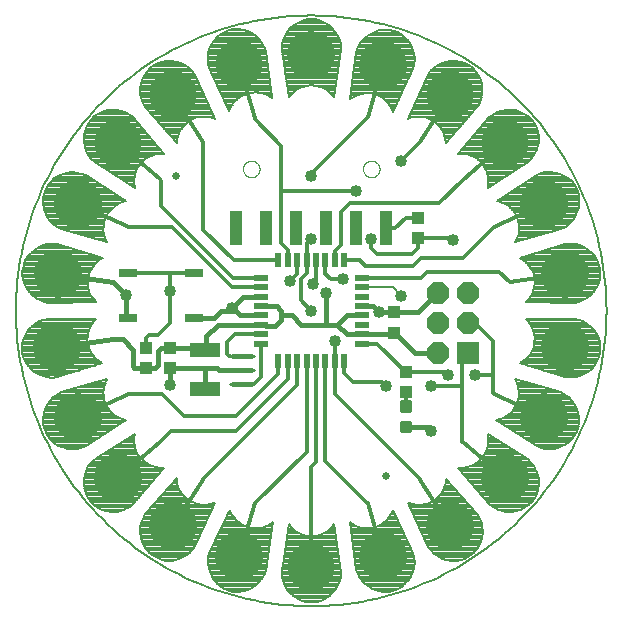
<source format=gtl>
G75*
%MOIN*%
%OFA0B0*%
%FSLAX25Y25*%
%IPPOS*%
%LPD*%
%AMOC8*
5,1,8,0,0,1.08239X$1,22.5*
%
%ADD10C,0.00800*%
%ADD11R,0.05000X0.02200*%
%ADD12R,0.02200X0.05000*%
%ADD13C,0.16000*%
%ADD14C,0.01181*%
%ADD15R,0.03937X0.04331*%
%ADD16R,0.07400X0.07400*%
%ADD17OC8,0.07400*%
%ADD18R,0.09843X0.04724*%
%ADD19C,0.01772*%
%ADD20C,0.01000*%
%ADD21R,0.03937X0.11811*%
%ADD22C,0.00000*%
%ADD23R,0.06000X0.03000*%
%ADD24C,0.02500*%
%ADD25C,0.01600*%
%ADD26C,0.01200*%
%ADD27C,0.04000*%
D10*
X0106237Y0097684D02*
X0119698Y0097684D01*
X0119428Y0097415D02*
X0120544Y0098528D01*
X0121472Y0099801D01*
X0127992Y0114329D01*
X0126601Y0113884D01*
X0125158Y0113666D01*
X0123698Y0113681D01*
X0122260Y0113929D01*
X0120879Y0114403D01*
X0119591Y0115091D01*
X0118430Y0115975D01*
X0117424Y0117033D01*
X0116600Y0118238D01*
X0115979Y0119559D01*
X0115576Y0120962D01*
X0115402Y0122412D01*
X0104907Y0110436D01*
X0104135Y0109062D01*
X0103588Y0107584D01*
X0103278Y0106039D01*
X0103215Y0104465D01*
X0103398Y0102900D01*
X0103824Y0101383D01*
X0104481Y0099951D01*
X0105355Y0098640D01*
X0106423Y0097482D01*
X0107659Y0096504D01*
X0109062Y0095787D01*
X0110560Y0095299D01*
X0112116Y0095050D01*
X0113692Y0095048D01*
X0115248Y0095292D01*
X0116747Y0095777D01*
X0118152Y0096491D01*
X0119428Y0097415D01*
X0118697Y0096885D02*
X0107177Y0096885D01*
X0108477Y0096087D02*
X0117357Y0096087D01*
X0115221Y0095288D02*
X0110625Y0095288D01*
X0105500Y0098482D02*
X0120498Y0098482D01*
X0121093Y0099281D02*
X0104928Y0099281D01*
X0104423Y0100079D02*
X0121597Y0100079D01*
X0121955Y0100878D02*
X0104056Y0100878D01*
X0103741Y0101676D02*
X0122313Y0101676D01*
X0122672Y0102475D02*
X0103517Y0102475D01*
X0103354Y0103273D02*
X0123030Y0103273D01*
X0123388Y0104072D02*
X0103261Y0104072D01*
X0103231Y0104870D02*
X0123747Y0104870D01*
X0124105Y0105669D02*
X0103263Y0105669D01*
X0103364Y0106467D02*
X0124463Y0106467D01*
X0124822Y0107266D02*
X0103524Y0107266D01*
X0103766Y0108064D02*
X0125180Y0108064D01*
X0125538Y0108863D02*
X0104061Y0108863D01*
X0104472Y0109661D02*
X0125897Y0109661D01*
X0126255Y0110460D02*
X0104928Y0110460D01*
X0105628Y0111258D02*
X0126613Y0111258D01*
X0126972Y0112057D02*
X0106327Y0112057D01*
X0107027Y0112855D02*
X0127330Y0112855D01*
X0127689Y0113654D02*
X0107727Y0113654D01*
X0108427Y0114452D02*
X0120786Y0114452D01*
X0119381Y0115251D02*
X0109127Y0115251D01*
X0109826Y0116049D02*
X0118359Y0116049D01*
X0117600Y0116848D02*
X0110526Y0116848D01*
X0111226Y0117646D02*
X0117005Y0117646D01*
X0116503Y0118445D02*
X0111926Y0118445D01*
X0112626Y0119243D02*
X0116127Y0119243D01*
X0115840Y0120042D02*
X0113325Y0120042D01*
X0114025Y0120841D02*
X0115611Y0120841D01*
X0115495Y0121639D02*
X0114725Y0121639D01*
X0110293Y0124833D02*
X0085186Y0124833D01*
X0085256Y0125039D02*
X0084750Y0123547D01*
X0084484Y0121994D01*
X0084464Y0120418D01*
X0084691Y0118859D01*
X0085159Y0117354D01*
X0085856Y0115942D01*
X0086766Y0114655D01*
X0087910Y0113571D01*
X0089208Y0112679D01*
X0090631Y0112002D01*
X0092142Y0111555D01*
X0093704Y0111350D01*
X0095279Y0111392D01*
X0096828Y0111679D01*
X0098313Y0112206D01*
X0099698Y0112958D01*
X0100947Y0113918D01*
X0111304Y0126014D01*
X0109845Y0125980D01*
X0108398Y0126178D01*
X0107002Y0126605D01*
X0105692Y0127248D01*
X0104501Y0128093D01*
X0103460Y0129116D01*
X0102596Y0130293D01*
X0101930Y0131592D01*
X0101480Y0132980D01*
X0101257Y0134423D01*
X0101266Y0135883D01*
X0101509Y0137322D01*
X0088059Y0128797D01*
X0086931Y0127697D01*
X0085989Y0126434D01*
X0085256Y0125039D01*
X0085567Y0125632D02*
X0110976Y0125632D01*
X0109609Y0124035D02*
X0084915Y0124035D01*
X0084697Y0123236D02*
X0108925Y0123236D01*
X0108242Y0122438D02*
X0084560Y0122438D01*
X0084479Y0121639D02*
X0107558Y0121639D01*
X0106874Y0120841D02*
X0084469Y0120841D01*
X0084519Y0120042D02*
X0106191Y0120042D01*
X0105507Y0119243D02*
X0084635Y0119243D01*
X0084819Y0118445D02*
X0104823Y0118445D01*
X0104140Y0117646D02*
X0085068Y0117646D01*
X0085409Y0116848D02*
X0103456Y0116848D01*
X0102772Y0116049D02*
X0085803Y0116049D01*
X0086345Y0115251D02*
X0102089Y0115251D01*
X0101405Y0114452D02*
X0086980Y0114452D01*
X0087822Y0113654D02*
X0100604Y0113654D01*
X0099508Y0112855D02*
X0088952Y0112855D01*
X0090515Y0112057D02*
X0097893Y0112057D01*
X0105733Y0127229D02*
X0086582Y0127229D01*
X0085987Y0126430D02*
X0107574Y0126430D01*
X0104594Y0128027D02*
X0087270Y0128027D01*
X0088104Y0128826D02*
X0103756Y0128826D01*
X0103087Y0129624D02*
X0089364Y0129624D01*
X0090624Y0130423D02*
X0102529Y0130423D01*
X0102120Y0131221D02*
X0091884Y0131221D01*
X0093143Y0132020D02*
X0101791Y0132020D01*
X0101532Y0132818D02*
X0094403Y0132818D01*
X0095663Y0133617D02*
X0101381Y0133617D01*
X0101258Y0134415D02*
X0096922Y0134415D01*
X0098182Y0135214D02*
X0101262Y0135214D01*
X0101288Y0136012D02*
X0099442Y0136012D01*
X0100702Y0136811D02*
X0101423Y0136811D01*
X0095582Y0140005D02*
X0071059Y0140005D01*
X0071168Y0139375D02*
X0071678Y0137884D01*
X0072469Y0136521D01*
X0073463Y0135299D01*
X0074637Y0134247D01*
X0075960Y0133392D01*
X0077401Y0132754D01*
X0078923Y0132350D01*
X0080491Y0132188D01*
X0082064Y0132274D01*
X0083605Y0132605D01*
X0085074Y0133173D01*
X0098425Y0141853D01*
X0097015Y0142232D01*
X0095684Y0142831D01*
X0094465Y0143634D01*
X0093390Y0144621D01*
X0092486Y0145768D01*
X0091776Y0147043D01*
X0091279Y0148416D01*
X0091007Y0149850D01*
X0090967Y0151309D01*
X0091160Y0152756D01*
X0091582Y0154154D01*
X0092221Y0155466D01*
X0076911Y0151085D01*
X0075518Y0150349D01*
X0074258Y0149403D01*
X0073161Y0148272D01*
X0072254Y0146983D01*
X0071561Y0145569D01*
X0071097Y0144063D01*
X0070874Y0142503D01*
X0070898Y0140927D01*
X0071168Y0139375D01*
X0071226Y0139206D02*
X0094354Y0139206D01*
X0093126Y0138408D02*
X0071499Y0138408D01*
X0071838Y0137609D02*
X0091898Y0137609D01*
X0090670Y0136811D02*
X0072301Y0136811D01*
X0072883Y0136012D02*
X0089442Y0136012D01*
X0088213Y0135214D02*
X0073559Y0135214D01*
X0074449Y0134415D02*
X0086985Y0134415D01*
X0085757Y0133617D02*
X0075612Y0133617D01*
X0077256Y0132818D02*
X0084156Y0132818D01*
X0094069Y0143997D02*
X0071087Y0143997D01*
X0070974Y0143199D02*
X0095125Y0143199D01*
X0096640Y0142400D02*
X0070876Y0142400D01*
X0070888Y0141602D02*
X0098039Y0141602D01*
X0096811Y0140803D02*
X0070920Y0140803D01*
X0071323Y0144796D02*
X0093252Y0144796D01*
X0092622Y0145594D02*
X0071573Y0145594D01*
X0071965Y0146393D02*
X0092138Y0146393D01*
X0091722Y0147191D02*
X0072401Y0147191D01*
X0072963Y0147990D02*
X0091433Y0147990D01*
X0091208Y0148788D02*
X0073662Y0148788D01*
X0074503Y0149587D02*
X0091057Y0149587D01*
X0090992Y0150385D02*
X0075588Y0150385D01*
X0077255Y0151184D02*
X0090970Y0151184D01*
X0091057Y0151982D02*
X0080046Y0151982D01*
X0082836Y0152781D02*
X0091168Y0152781D01*
X0091409Y0153579D02*
X0085627Y0153579D01*
X0088417Y0154378D02*
X0091691Y0154378D01*
X0092080Y0155177D02*
X0091207Y0155177D01*
X0090631Y0160746D02*
X0075381Y0156162D01*
X0073811Y0156030D01*
X0072240Y0156145D01*
X0070705Y0156504D01*
X0069246Y0157099D01*
X0067898Y0157914D01*
X0066694Y0158931D01*
X0065664Y0160123D01*
X0064834Y0161462D01*
X0064222Y0162914D01*
X0063846Y0164444D01*
X0063775Y0166018D01*
X0063951Y0167584D01*
X0064370Y0169103D01*
X0065022Y0170537D01*
X0065890Y0171852D01*
X0066953Y0173016D01*
X0068184Y0173998D01*
X0069555Y0174776D01*
X0071030Y0175330D01*
X0072573Y0175646D01*
X0088497Y0175554D01*
X0087516Y0174473D01*
X0086719Y0173250D01*
X0086127Y0171916D01*
X0085756Y0170504D01*
X0085614Y0169051D01*
X0085706Y0167594D01*
X0086030Y0166171D01*
X0086576Y0164817D01*
X0087330Y0163567D01*
X0088275Y0162454D01*
X0089384Y0161506D01*
X0090631Y0160746D01*
X0090599Y0160766D02*
X0065265Y0160766D01*
X0064790Y0161565D02*
X0089315Y0161565D01*
X0088381Y0162363D02*
X0064454Y0162363D01*
X0064161Y0163162D02*
X0087674Y0163162D01*
X0087093Y0163960D02*
X0063965Y0163960D01*
X0063832Y0164759D02*
X0086611Y0164759D01*
X0086277Y0165557D02*
X0063796Y0165557D01*
X0063813Y0166356D02*
X0085988Y0166356D01*
X0085806Y0167154D02*
X0063903Y0167154D01*
X0064053Y0167953D02*
X0085684Y0167953D01*
X0085633Y0168751D02*
X0064273Y0168751D01*
X0064573Y0169550D02*
X0085663Y0169550D01*
X0085741Y0170348D02*
X0064936Y0170348D01*
X0065424Y0171147D02*
X0085925Y0171147D01*
X0086140Y0171945D02*
X0065975Y0171945D01*
X0066704Y0172744D02*
X0086494Y0172744D01*
X0086909Y0173542D02*
X0067613Y0173542D01*
X0068788Y0174341D02*
X0087429Y0174341D01*
X0088121Y0175139D02*
X0070523Y0175139D01*
X0071187Y0181298D02*
X0069712Y0181852D01*
X0068342Y0182629D01*
X0067110Y0183612D01*
X0066047Y0184775D01*
X0065179Y0186090D01*
X0064528Y0187525D01*
X0064109Y0189044D01*
X0063932Y0190609D01*
X0064003Y0192183D01*
X0064380Y0193713D01*
X0064991Y0195166D01*
X0065822Y0196504D01*
X0066852Y0197697D01*
X0068056Y0198713D01*
X0069404Y0199529D01*
X0070863Y0200124D01*
X0072397Y0200483D01*
X0073969Y0200598D01*
X0075539Y0200465D01*
X0090789Y0195881D01*
X0089542Y0195122D01*
X0088432Y0194173D01*
X0087488Y0193060D01*
X0086733Y0191811D01*
X0086187Y0190457D01*
X0085864Y0189033D01*
X0085772Y0187576D01*
X0085913Y0186123D01*
X0086285Y0184711D01*
X0086876Y0183377D01*
X0087673Y0182154D01*
X0088655Y0181073D01*
X0072731Y0180981D01*
X0071187Y0181298D01*
X0070576Y0181527D02*
X0088242Y0181527D01*
X0087561Y0182326D02*
X0068877Y0182326D01*
X0067721Y0183124D02*
X0087041Y0183124D01*
X0086634Y0183923D02*
X0066826Y0183923D01*
X0066096Y0184721D02*
X0086282Y0184721D01*
X0086072Y0185520D02*
X0065556Y0185520D01*
X0065076Y0186318D02*
X0085894Y0186318D01*
X0085817Y0187117D02*
X0064713Y0187117D01*
X0064420Y0187915D02*
X0085793Y0187915D01*
X0085844Y0188714D02*
X0064200Y0188714D01*
X0064056Y0189512D02*
X0085973Y0189512D01*
X0086154Y0190311D02*
X0063966Y0190311D01*
X0063955Y0191110D02*
X0086450Y0191110D01*
X0086792Y0191908D02*
X0063991Y0191908D01*
X0064132Y0192707D02*
X0087274Y0192707D01*
X0087865Y0193505D02*
X0064328Y0193505D01*
X0064628Y0194304D02*
X0088585Y0194304D01*
X0089519Y0195102D02*
X0064964Y0195102D01*
X0065447Y0195901D02*
X0090724Y0195901D01*
X0088067Y0196699D02*
X0065990Y0196699D01*
X0066680Y0197498D02*
X0085411Y0197498D01*
X0082754Y0198296D02*
X0067562Y0198296D01*
X0068686Y0199095D02*
X0080098Y0199095D01*
X0077442Y0199893D02*
X0070298Y0199893D01*
X0075518Y0206318D02*
X0076911Y0205581D01*
X0092221Y0201200D01*
X0091582Y0202513D01*
X0091160Y0203910D01*
X0090967Y0205357D01*
X0091007Y0206817D01*
X0091279Y0208251D01*
X0091776Y0209623D01*
X0092486Y0210899D01*
X0093390Y0212045D01*
X0094465Y0213033D01*
X0095684Y0213836D01*
X0097015Y0214435D01*
X0098425Y0214814D01*
X0085074Y0223494D01*
X0083605Y0224062D01*
X0082064Y0224393D01*
X0080491Y0224478D01*
X0078923Y0224317D01*
X0077401Y0223912D01*
X0075960Y0223275D01*
X0074636Y0222419D01*
X0073463Y0221368D01*
X0072469Y0220145D01*
X0071678Y0218782D01*
X0071169Y0217292D01*
X0070898Y0215739D01*
X0070874Y0214164D01*
X0071097Y0212604D01*
X0071561Y0211098D01*
X0072255Y0209684D01*
X0073161Y0208395D01*
X0074258Y0207264D01*
X0075518Y0206318D01*
X0075588Y0206281D02*
X0090992Y0206281D01*
X0090970Y0205483D02*
X0077255Y0205483D01*
X0080046Y0204684D02*
X0091057Y0204684D01*
X0091168Y0203886D02*
X0082836Y0203886D01*
X0085627Y0203087D02*
X0091409Y0203087D01*
X0091691Y0202289D02*
X0088417Y0202289D01*
X0091207Y0201490D02*
X0092080Y0201490D01*
X0091057Y0207080D02*
X0074503Y0207080D01*
X0073662Y0207878D02*
X0091208Y0207878D01*
X0091433Y0208677D02*
X0072963Y0208677D01*
X0072401Y0209475D02*
X0091722Y0209475D01*
X0092138Y0210274D02*
X0071965Y0210274D01*
X0071574Y0211072D02*
X0092622Y0211072D01*
X0093252Y0211871D02*
X0071323Y0211871D01*
X0071088Y0212669D02*
X0094069Y0212669D01*
X0095125Y0213468D02*
X0070974Y0213468D01*
X0070876Y0214266D02*
X0096640Y0214266D01*
X0096811Y0215863D02*
X0070920Y0215863D01*
X0070888Y0215065D02*
X0098039Y0215065D01*
X0095582Y0216662D02*
X0071059Y0216662D01*
X0071226Y0217460D02*
X0094354Y0217460D01*
X0093126Y0218259D02*
X0071499Y0218259D01*
X0071838Y0219057D02*
X0091898Y0219057D01*
X0090670Y0219856D02*
X0072301Y0219856D01*
X0072883Y0220654D02*
X0089442Y0220654D01*
X0088213Y0221453D02*
X0073558Y0221453D01*
X0074449Y0222251D02*
X0086985Y0222251D01*
X0085757Y0223050D02*
X0075612Y0223050D01*
X0077256Y0223848D02*
X0084156Y0223848D01*
X0088059Y0227870D02*
X0101509Y0219344D01*
X0101266Y0220784D01*
X0101257Y0222244D01*
X0101480Y0223686D01*
X0101930Y0225075D01*
X0102596Y0226374D01*
X0103460Y0227550D01*
X0104501Y0228574D01*
X0105692Y0229418D01*
X0107002Y0230062D01*
X0108398Y0230488D01*
X0109845Y0230687D01*
X0111304Y0230652D01*
X0100947Y0242749D01*
X0099698Y0243708D01*
X0098313Y0244461D01*
X0096828Y0244987D01*
X0095279Y0245275D01*
X0093704Y0245317D01*
X0092142Y0245112D01*
X0090631Y0244665D01*
X0089208Y0243987D01*
X0087909Y0243095D01*
X0086766Y0242011D01*
X0085856Y0240725D01*
X0085159Y0239312D01*
X0084691Y0237808D01*
X0084464Y0236248D01*
X0084484Y0234673D01*
X0084750Y0233120D01*
X0085256Y0231628D01*
X0085989Y0230233D01*
X0086931Y0228970D01*
X0088059Y0227870D01*
X0088104Y0227841D02*
X0103756Y0227841D01*
X0103087Y0227043D02*
X0089364Y0227043D01*
X0090624Y0226244D02*
X0102529Y0226244D01*
X0102120Y0225445D02*
X0091883Y0225445D01*
X0093143Y0224647D02*
X0101791Y0224647D01*
X0101532Y0223848D02*
X0094403Y0223848D01*
X0095663Y0223050D02*
X0101381Y0223050D01*
X0101258Y0222251D02*
X0096922Y0222251D01*
X0098182Y0221453D02*
X0101262Y0221453D01*
X0101288Y0220654D02*
X0099442Y0220654D01*
X0100702Y0219856D02*
X0101423Y0219856D01*
X0104594Y0228640D02*
X0087270Y0228640D01*
X0086582Y0229438D02*
X0105733Y0229438D01*
X0107574Y0230237D02*
X0085987Y0230237D01*
X0085567Y0231035D02*
X0110976Y0231035D01*
X0110293Y0231834D02*
X0085186Y0231834D01*
X0084915Y0232632D02*
X0109609Y0232632D01*
X0108925Y0233431D02*
X0084697Y0233431D01*
X0084560Y0234229D02*
X0108242Y0234229D01*
X0107558Y0235028D02*
X0084479Y0235028D01*
X0084469Y0235826D02*
X0106874Y0235826D01*
X0106191Y0236625D02*
X0084519Y0236625D01*
X0084635Y0237423D02*
X0105507Y0237423D01*
X0104823Y0238222D02*
X0084820Y0238222D01*
X0085068Y0239020D02*
X0104140Y0239020D01*
X0103456Y0239819D02*
X0085409Y0239819D01*
X0085803Y0240617D02*
X0102772Y0240617D01*
X0102089Y0241416D02*
X0086345Y0241416D01*
X0086980Y0242214D02*
X0101405Y0242214D01*
X0100604Y0243013D02*
X0087822Y0243013D01*
X0088952Y0243811D02*
X0099509Y0243811D01*
X0097893Y0244610D02*
X0090515Y0244610D01*
X0103627Y0249082D02*
X0104174Y0247605D01*
X0104946Y0246231D01*
X0115441Y0234255D01*
X0115615Y0235704D01*
X0116018Y0237108D01*
X0116640Y0238429D01*
X0117464Y0239634D01*
X0118469Y0240692D01*
X0119631Y0241576D01*
X0120918Y0242264D01*
X0122299Y0242738D01*
X0123738Y0242985D01*
X0125197Y0243000D01*
X0126641Y0242783D01*
X0128031Y0242337D01*
X0121511Y0256866D01*
X0120583Y0258139D01*
X0119468Y0259252D01*
X0118192Y0260176D01*
X0116787Y0260890D01*
X0115288Y0261374D01*
X0113731Y0261619D01*
X0112155Y0261617D01*
X0110599Y0261368D01*
X0109101Y0260879D01*
X0107699Y0260162D01*
X0106462Y0259185D01*
X0105394Y0258027D01*
X0104521Y0256715D01*
X0103863Y0255284D01*
X0103437Y0253767D01*
X0103254Y0252202D01*
X0103318Y0250627D01*
X0103627Y0249082D01*
X0103563Y0249401D02*
X0124861Y0249401D01*
X0124503Y0250199D02*
X0103404Y0250199D01*
X0103303Y0250998D02*
X0124144Y0250998D01*
X0123786Y0251796D02*
X0103271Y0251796D01*
X0103300Y0252595D02*
X0123428Y0252595D01*
X0123069Y0253393D02*
X0103394Y0253393D01*
X0103557Y0254192D02*
X0122711Y0254192D01*
X0122353Y0254990D02*
X0103781Y0254990D01*
X0104095Y0255789D02*
X0121994Y0255789D01*
X0121636Y0256587D02*
X0104462Y0256587D01*
X0104968Y0257386D02*
X0121132Y0257386D01*
X0120538Y0258184D02*
X0105540Y0258184D01*
X0106276Y0258983D02*
X0119737Y0258983D01*
X0118736Y0259781D02*
X0107217Y0259781D01*
X0108516Y0260580D02*
X0117396Y0260580D01*
X0115262Y0261379D02*
X0110664Y0261379D01*
X0103805Y0248602D02*
X0125219Y0248602D01*
X0125578Y0247804D02*
X0104101Y0247804D01*
X0104511Y0247005D02*
X0125936Y0247005D01*
X0126295Y0246207D02*
X0104967Y0246207D01*
X0105667Y0245408D02*
X0126653Y0245408D01*
X0127011Y0244610D02*
X0106367Y0244610D01*
X0107067Y0243811D02*
X0127370Y0243811D01*
X0127728Y0243013D02*
X0107766Y0243013D01*
X0108466Y0242214D02*
X0120825Y0242214D01*
X0119420Y0241416D02*
X0109166Y0241416D01*
X0109866Y0240617D02*
X0118398Y0240617D01*
X0117640Y0239819D02*
X0110566Y0239819D01*
X0111265Y0239020D02*
X0117044Y0239020D01*
X0116542Y0238222D02*
X0111965Y0238222D01*
X0112665Y0237423D02*
X0116167Y0237423D01*
X0115880Y0236625D02*
X0113365Y0236625D01*
X0114065Y0235826D02*
X0115650Y0235826D01*
X0115534Y0235028D02*
X0114764Y0235028D01*
X0131939Y0247005D02*
X0134002Y0247005D01*
X0134283Y0247448D02*
X0135253Y0248540D01*
X0136383Y0249463D01*
X0137647Y0250194D01*
X0139011Y0250715D01*
X0140440Y0251011D01*
X0141898Y0251076D01*
X0143348Y0250907D01*
X0144753Y0250510D01*
X0146076Y0249893D01*
X0147284Y0249073D01*
X0145131Y0264851D01*
X0144601Y0266335D01*
X0143845Y0267717D01*
X0142882Y0268964D01*
X0141735Y0270045D01*
X0140434Y0270934D01*
X0139010Y0271608D01*
X0137498Y0272051D01*
X0135935Y0272252D01*
X0134360Y0272206D01*
X0132812Y0271914D01*
X0131350Y0271325D01*
X0129998Y0270516D01*
X0128790Y0269504D01*
X0127755Y0268317D01*
X0126918Y0266981D01*
X0126300Y0265532D01*
X0125917Y0264004D01*
X0125778Y0262434D01*
X0125885Y0260862D01*
X0126238Y0259326D01*
X0132925Y0244874D01*
X0133501Y0246216D01*
X0134283Y0247448D01*
X0134599Y0247804D02*
X0131569Y0247804D01*
X0131200Y0248602D02*
X0135329Y0248602D01*
X0136307Y0249401D02*
X0130830Y0249401D01*
X0130461Y0250199D02*
X0137660Y0250199D01*
X0140375Y0250998D02*
X0130091Y0250998D01*
X0129722Y0251796D02*
X0146913Y0251796D01*
X0147022Y0250998D02*
X0142569Y0250998D01*
X0145419Y0250199D02*
X0147131Y0250199D01*
X0147239Y0249401D02*
X0146801Y0249401D01*
X0146804Y0252595D02*
X0129352Y0252595D01*
X0128983Y0253393D02*
X0146695Y0253393D01*
X0146586Y0254192D02*
X0128613Y0254192D01*
X0128244Y0254990D02*
X0146477Y0254990D01*
X0146368Y0255789D02*
X0127875Y0255789D01*
X0127505Y0256587D02*
X0146259Y0256587D01*
X0146150Y0257386D02*
X0127136Y0257386D01*
X0126766Y0258184D02*
X0146041Y0258184D01*
X0145932Y0258983D02*
X0126397Y0258983D01*
X0126133Y0259781D02*
X0145823Y0259781D01*
X0145714Y0260580D02*
X0125950Y0260580D01*
X0125850Y0261379D02*
X0145605Y0261379D01*
X0145496Y0262177D02*
X0125795Y0262177D01*
X0125826Y0262976D02*
X0145387Y0262976D01*
X0145278Y0263774D02*
X0125897Y0263774D01*
X0126060Y0264573D02*
X0145170Y0264573D01*
X0144946Y0265371D02*
X0126260Y0265371D01*
X0126572Y0266170D02*
X0144660Y0266170D01*
X0144255Y0266968D02*
X0126912Y0266968D01*
X0127410Y0267767D02*
X0143807Y0267767D01*
X0143190Y0268565D02*
X0127971Y0268565D01*
X0128667Y0269364D02*
X0142458Y0269364D01*
X0141565Y0270162D02*
X0129576Y0270162D01*
X0130741Y0270961D02*
X0140378Y0270961D01*
X0138493Y0271759D02*
X0132428Y0271759D01*
X0150698Y0267767D02*
X0169823Y0267767D01*
X0169672Y0268453D02*
X0169098Y0269920D01*
X0168301Y0271280D01*
X0167302Y0272498D01*
X0166124Y0273544D01*
X0164797Y0274394D01*
X0163353Y0275025D01*
X0161828Y0275423D01*
X0160260Y0275577D01*
X0158692Y0275423D01*
X0157168Y0275025D01*
X0155724Y0274394D01*
X0154397Y0273544D01*
X0153219Y0272498D01*
X0152220Y0271280D01*
X0151423Y0269920D01*
X0150849Y0268453D01*
X0150511Y0266914D01*
X0150418Y0265341D01*
X0152780Y0249593D01*
X0153709Y0250719D01*
X0154806Y0251682D01*
X0156043Y0252458D01*
X0157387Y0253027D01*
X0158805Y0253374D01*
X0160260Y0253491D01*
X0161716Y0253374D01*
X0163133Y0253027D01*
X0164478Y0252458D01*
X0165714Y0251682D01*
X0166811Y0250719D01*
X0167741Y0249593D01*
X0170103Y0265341D01*
X0170010Y0266914D01*
X0169672Y0268453D01*
X0169628Y0268565D02*
X0150892Y0268565D01*
X0151205Y0269364D02*
X0169316Y0269364D01*
X0168956Y0270162D02*
X0151565Y0270162D01*
X0152033Y0270961D02*
X0168488Y0270961D01*
X0167908Y0271759D02*
X0152613Y0271759D01*
X0153287Y0272558D02*
X0167234Y0272558D01*
X0166335Y0273356D02*
X0154186Y0273356D01*
X0155351Y0274155D02*
X0165170Y0274155D01*
X0163518Y0274953D02*
X0157004Y0274953D01*
X0150523Y0266968D02*
X0169998Y0266968D01*
X0170054Y0266170D02*
X0150467Y0266170D01*
X0150420Y0265371D02*
X0170101Y0265371D01*
X0169988Y0264573D02*
X0150533Y0264573D01*
X0150653Y0263774D02*
X0169868Y0263774D01*
X0169748Y0262976D02*
X0150773Y0262976D01*
X0150893Y0262177D02*
X0169628Y0262177D01*
X0169509Y0261379D02*
X0151012Y0261379D01*
X0151132Y0260580D02*
X0169389Y0260580D01*
X0169269Y0259781D02*
X0151252Y0259781D01*
X0151372Y0258983D02*
X0169149Y0258983D01*
X0169029Y0258184D02*
X0151491Y0258184D01*
X0151611Y0257386D02*
X0168910Y0257386D01*
X0168790Y0256587D02*
X0151731Y0256587D01*
X0151851Y0255789D02*
X0168670Y0255789D01*
X0168550Y0254990D02*
X0151970Y0254990D01*
X0152090Y0254192D02*
X0168431Y0254192D01*
X0168311Y0253393D02*
X0161475Y0253393D01*
X0159046Y0253393D02*
X0152210Y0253393D01*
X0152330Y0252595D02*
X0156366Y0252595D01*
X0154989Y0251796D02*
X0152450Y0251796D01*
X0152569Y0250998D02*
X0154027Y0250998D01*
X0153281Y0250199D02*
X0152689Y0250199D01*
X0164154Y0252595D02*
X0168191Y0252595D01*
X0168071Y0251796D02*
X0165532Y0251796D01*
X0166494Y0250998D02*
X0167951Y0250998D01*
X0167832Y0250199D02*
X0167240Y0250199D01*
X0173235Y0249401D02*
X0173989Y0249401D01*
X0174366Y0249657D02*
X0175689Y0250273D01*
X0177094Y0250671D01*
X0178544Y0250840D01*
X0180002Y0250775D01*
X0181432Y0250479D01*
X0182795Y0249958D01*
X0184059Y0249227D01*
X0185190Y0248304D01*
X0186159Y0247212D01*
X0186941Y0245980D01*
X0187517Y0244638D01*
X0194204Y0259090D01*
X0194557Y0260626D01*
X0194665Y0262198D01*
X0194525Y0263767D01*
X0194142Y0265296D01*
X0193524Y0266745D01*
X0192687Y0268080D01*
X0191652Y0269268D01*
X0190444Y0270279D01*
X0189092Y0271089D01*
X0187630Y0271677D01*
X0186082Y0271969D01*
X0184507Y0272015D01*
X0182944Y0271814D01*
X0181432Y0271372D01*
X0180008Y0270698D01*
X0178707Y0269809D01*
X0177560Y0268728D01*
X0176597Y0267481D01*
X0175841Y0266099D01*
X0175311Y0264615D01*
X0173158Y0248837D01*
X0174366Y0249657D01*
X0173344Y0250199D02*
X0175530Y0250199D01*
X0173453Y0250998D02*
X0190460Y0250998D01*
X0190829Y0251796D02*
X0173562Y0251796D01*
X0173671Y0252595D02*
X0191199Y0252595D01*
X0191568Y0253393D02*
X0173780Y0253393D01*
X0173889Y0254192D02*
X0191938Y0254192D01*
X0192307Y0254990D02*
X0173997Y0254990D01*
X0174106Y0255789D02*
X0192677Y0255789D01*
X0193046Y0256587D02*
X0174215Y0256587D01*
X0174324Y0257386D02*
X0193416Y0257386D01*
X0193785Y0258184D02*
X0174433Y0258184D01*
X0174542Y0258983D02*
X0194155Y0258983D01*
X0194363Y0259781D02*
X0174651Y0259781D01*
X0174760Y0260580D02*
X0194546Y0260580D01*
X0194608Y0261379D02*
X0174869Y0261379D01*
X0174978Y0262177D02*
X0194663Y0262177D01*
X0194595Y0262976D02*
X0175087Y0262976D01*
X0175196Y0263774D02*
X0194523Y0263774D01*
X0194323Y0264573D02*
X0175305Y0264573D01*
X0175581Y0265371D02*
X0194110Y0265371D01*
X0193770Y0266170D02*
X0175880Y0266170D01*
X0176317Y0266968D02*
X0193385Y0266968D01*
X0192884Y0267767D02*
X0176818Y0267767D01*
X0177435Y0268565D02*
X0192265Y0268565D01*
X0191538Y0269364D02*
X0178234Y0269364D01*
X0179224Y0270162D02*
X0190584Y0270162D01*
X0189307Y0270961D02*
X0180564Y0270961D01*
X0182756Y0271759D02*
X0187197Y0271759D01*
X0200023Y0258184D02*
X0215020Y0258184D01*
X0215166Y0258027D02*
X0214098Y0259185D01*
X0212862Y0260162D01*
X0211459Y0260879D01*
X0209961Y0261368D01*
X0208405Y0261617D01*
X0206829Y0261619D01*
X0205273Y0261374D01*
X0203774Y0260889D01*
X0202369Y0260176D01*
X0201093Y0259252D01*
X0199977Y0258139D01*
X0199049Y0256866D01*
X0192529Y0242337D01*
X0193919Y0242783D01*
X0195363Y0243000D01*
X0196823Y0242985D01*
X0198261Y0242738D01*
X0199642Y0242264D01*
X0200930Y0241576D01*
X0202091Y0240692D01*
X0203097Y0239634D01*
X0203921Y0238429D01*
X0204542Y0237108D01*
X0204945Y0235704D01*
X0205119Y0234255D01*
X0215614Y0246231D01*
X0216386Y0247605D01*
X0216933Y0249082D01*
X0217242Y0250627D01*
X0217306Y0252202D01*
X0217123Y0253767D01*
X0216697Y0255284D01*
X0216039Y0256715D01*
X0215166Y0258027D01*
X0215593Y0257386D02*
X0199428Y0257386D01*
X0198924Y0256587D02*
X0216098Y0256587D01*
X0216465Y0255789D02*
X0198566Y0255789D01*
X0198208Y0254990D02*
X0216780Y0254990D01*
X0217004Y0254192D02*
X0197849Y0254192D01*
X0197491Y0253393D02*
X0217167Y0253393D01*
X0217260Y0252595D02*
X0197132Y0252595D01*
X0196774Y0251796D02*
X0217290Y0251796D01*
X0217257Y0250998D02*
X0196416Y0250998D01*
X0196057Y0250199D02*
X0217157Y0250199D01*
X0216997Y0249401D02*
X0195699Y0249401D01*
X0195341Y0248602D02*
X0216755Y0248602D01*
X0216460Y0247804D02*
X0194982Y0247804D01*
X0194624Y0247005D02*
X0216049Y0247005D01*
X0215593Y0246207D02*
X0194266Y0246207D01*
X0193907Y0245408D02*
X0214893Y0245408D01*
X0214193Y0244610D02*
X0193549Y0244610D01*
X0193191Y0243811D02*
X0213494Y0243811D01*
X0212794Y0243013D02*
X0192832Y0243013D01*
X0187874Y0245408D02*
X0187186Y0245408D01*
X0186797Y0246207D02*
X0188243Y0246207D01*
X0188613Y0247005D02*
X0186290Y0247005D01*
X0185633Y0247804D02*
X0188982Y0247804D01*
X0189351Y0248602D02*
X0184824Y0248602D01*
X0183758Y0249401D02*
X0189721Y0249401D01*
X0190090Y0250199D02*
X0182164Y0250199D01*
X0199735Y0242214D02*
X0212094Y0242214D01*
X0211394Y0241416D02*
X0201140Y0241416D01*
X0202162Y0240617D02*
X0210694Y0240617D01*
X0209995Y0239819D02*
X0202921Y0239819D01*
X0203516Y0239020D02*
X0209295Y0239020D01*
X0208595Y0238222D02*
X0204018Y0238222D01*
X0204394Y0237423D02*
X0207895Y0237423D01*
X0207195Y0236625D02*
X0204681Y0236625D01*
X0204910Y0235826D02*
X0206496Y0235826D01*
X0205796Y0235028D02*
X0205026Y0235028D01*
X0209544Y0231035D02*
X0234954Y0231035D01*
X0235265Y0231628D02*
X0235771Y0233120D01*
X0236037Y0234673D01*
X0236057Y0236248D01*
X0235830Y0237808D01*
X0235362Y0239312D01*
X0234665Y0240725D01*
X0233755Y0242011D01*
X0232611Y0243095D01*
X0231312Y0243987D01*
X0229890Y0244665D01*
X0228379Y0245112D01*
X0226817Y0245317D01*
X0225242Y0245275D01*
X0223693Y0244987D01*
X0222207Y0244461D01*
X0220823Y0243708D01*
X0219573Y0242749D01*
X0209217Y0230652D01*
X0210676Y0230687D01*
X0212122Y0230488D01*
X0213519Y0230062D01*
X0214829Y0229418D01*
X0216020Y0228574D01*
X0217061Y0227550D01*
X0217925Y0226374D01*
X0218591Y0225075D01*
X0219041Y0223686D01*
X0219264Y0222244D01*
X0219254Y0220784D01*
X0219012Y0219344D01*
X0232462Y0227870D01*
X0233590Y0228970D01*
X0234532Y0230233D01*
X0235265Y0231628D01*
X0235335Y0231834D02*
X0210228Y0231834D01*
X0210912Y0232632D02*
X0235606Y0232632D01*
X0235824Y0233431D02*
X0211595Y0233431D01*
X0212279Y0234229D02*
X0235961Y0234229D01*
X0236041Y0235028D02*
X0212963Y0235028D01*
X0213646Y0235826D02*
X0236052Y0235826D01*
X0236002Y0236625D02*
X0214330Y0236625D01*
X0215014Y0237423D02*
X0235886Y0237423D01*
X0235701Y0238222D02*
X0215697Y0238222D01*
X0216381Y0239020D02*
X0235453Y0239020D01*
X0235112Y0239819D02*
X0217065Y0239819D01*
X0217748Y0240617D02*
X0234718Y0240617D01*
X0234176Y0241416D02*
X0218432Y0241416D01*
X0219116Y0242214D02*
X0233541Y0242214D01*
X0232698Y0243013D02*
X0219917Y0243013D01*
X0221012Y0243811D02*
X0231569Y0243811D01*
X0230006Y0244610D02*
X0222628Y0244610D01*
X0212947Y0230237D02*
X0234534Y0230237D01*
X0233939Y0229438D02*
X0214788Y0229438D01*
X0215927Y0228640D02*
X0233251Y0228640D01*
X0232417Y0227841D02*
X0216765Y0227841D01*
X0217434Y0227043D02*
X0231157Y0227043D01*
X0229897Y0226244D02*
X0217992Y0226244D01*
X0218401Y0225445D02*
X0228637Y0225445D01*
X0227378Y0224647D02*
X0218730Y0224647D01*
X0218989Y0223848D02*
X0226118Y0223848D01*
X0224858Y0223050D02*
X0219140Y0223050D01*
X0219263Y0222251D02*
X0223598Y0222251D01*
X0222339Y0221453D02*
X0219259Y0221453D01*
X0219233Y0220654D02*
X0221079Y0220654D01*
X0219819Y0219856D02*
X0219098Y0219856D01*
X0222422Y0215065D02*
X0249633Y0215065D01*
X0249623Y0215779D02*
X0249352Y0217331D01*
X0248843Y0218822D01*
X0248052Y0220185D01*
X0247058Y0221407D01*
X0245884Y0222459D01*
X0244561Y0223314D01*
X0243120Y0223952D01*
X0241597Y0224356D01*
X0240030Y0224518D01*
X0238457Y0224432D01*
X0236916Y0224101D01*
X0235446Y0223533D01*
X0222096Y0214853D01*
X0223506Y0214474D01*
X0224837Y0213875D01*
X0226056Y0213072D01*
X0227131Y0212085D01*
X0228035Y0210938D01*
X0228745Y0209663D01*
X0229242Y0208290D01*
X0229514Y0206856D01*
X0229554Y0205397D01*
X0229360Y0203950D01*
X0228939Y0202552D01*
X0228300Y0201240D01*
X0243610Y0205621D01*
X0245002Y0206357D01*
X0246263Y0207303D01*
X0247360Y0208434D01*
X0248266Y0209723D01*
X0248960Y0211138D01*
X0249424Y0212643D01*
X0249647Y0214203D01*
X0249623Y0215779D01*
X0249608Y0215863D02*
X0223650Y0215863D01*
X0224878Y0216662D02*
X0249469Y0216662D01*
X0249308Y0217460D02*
X0226106Y0217460D01*
X0227334Y0218259D02*
X0249035Y0218259D01*
X0248706Y0219057D02*
X0228562Y0219057D01*
X0229791Y0219856D02*
X0248243Y0219856D01*
X0247670Y0220654D02*
X0231019Y0220654D01*
X0232247Y0221453D02*
X0247006Y0221453D01*
X0246115Y0222251D02*
X0233475Y0222251D01*
X0234703Y0223050D02*
X0244969Y0223050D01*
X0243353Y0223848D02*
X0236263Y0223848D01*
X0226494Y0212669D02*
X0249428Y0212669D01*
X0249542Y0213468D02*
X0225455Y0213468D01*
X0223968Y0214266D02*
X0249646Y0214266D01*
X0249186Y0211871D02*
X0227300Y0211871D01*
X0227929Y0211072D02*
X0248928Y0211072D01*
X0248536Y0210274D02*
X0228405Y0210274D01*
X0228813Y0209475D02*
X0248092Y0209475D01*
X0247530Y0208677D02*
X0229102Y0208677D01*
X0229320Y0207878D02*
X0246821Y0207878D01*
X0245965Y0207080D02*
X0229471Y0207080D01*
X0229530Y0206281D02*
X0244858Y0206281D01*
X0243128Y0205483D02*
X0229551Y0205483D01*
X0229459Y0204684D02*
X0240337Y0204684D01*
X0237547Y0203886D02*
X0229341Y0203886D01*
X0229100Y0203087D02*
X0234757Y0203087D01*
X0231966Y0202289D02*
X0228811Y0202289D01*
X0229176Y0201490D02*
X0228422Y0201490D01*
X0229797Y0195901D02*
X0255074Y0195901D01*
X0254699Y0196504D02*
X0253669Y0197697D01*
X0252465Y0198713D01*
X0251117Y0199529D01*
X0249658Y0200123D01*
X0248124Y0200483D01*
X0246552Y0200598D01*
X0244982Y0200465D01*
X0229732Y0195881D01*
X0230979Y0195122D01*
X0232089Y0194173D01*
X0233033Y0193060D01*
X0233788Y0191811D01*
X0234334Y0190457D01*
X0234657Y0189033D01*
X0234749Y0187576D01*
X0234607Y0186123D01*
X0234236Y0184711D01*
X0233644Y0183377D01*
X0232848Y0182154D01*
X0231866Y0181073D01*
X0247790Y0180981D01*
X0249333Y0181298D01*
X0250809Y0181851D01*
X0252179Y0182629D01*
X0253411Y0183612D01*
X0254474Y0184775D01*
X0255341Y0186090D01*
X0255993Y0187525D01*
X0256412Y0189043D01*
X0256588Y0190609D01*
X0256518Y0192183D01*
X0256141Y0193713D01*
X0255530Y0195165D01*
X0254699Y0196504D01*
X0254531Y0196699D02*
X0232454Y0196699D01*
X0231002Y0195102D02*
X0255556Y0195102D01*
X0255893Y0194304D02*
X0231936Y0194304D01*
X0232656Y0193505D02*
X0256192Y0193505D01*
X0256389Y0192707D02*
X0233247Y0192707D01*
X0233729Y0191908D02*
X0256530Y0191908D01*
X0256566Y0191110D02*
X0234071Y0191110D01*
X0234367Y0190311D02*
X0256555Y0190311D01*
X0256465Y0189512D02*
X0234548Y0189512D01*
X0234677Y0188714D02*
X0256321Y0188714D01*
X0256101Y0187915D02*
X0234727Y0187915D01*
X0234704Y0187117D02*
X0255808Y0187117D01*
X0255445Y0186318D02*
X0234626Y0186318D01*
X0234449Y0185520D02*
X0254965Y0185520D01*
X0254425Y0184721D02*
X0234239Y0184721D01*
X0233886Y0183923D02*
X0253695Y0183923D01*
X0252800Y0183124D02*
X0233480Y0183124D01*
X0232960Y0182326D02*
X0251644Y0182326D01*
X0249945Y0181527D02*
X0232278Y0181527D01*
X0231866Y0175593D02*
X0247790Y0175685D01*
X0249333Y0175369D01*
X0250809Y0174815D01*
X0252179Y0174037D01*
X0253411Y0173055D01*
X0254473Y0171892D01*
X0255341Y0170577D01*
X0255993Y0169142D01*
X0256412Y0167623D01*
X0256588Y0166057D01*
X0256518Y0164483D01*
X0256141Y0162953D01*
X0255530Y0161501D01*
X0254699Y0160162D01*
X0253669Y0158970D01*
X0252465Y0157953D01*
X0251117Y0157138D01*
X0249658Y0156543D01*
X0248124Y0156184D01*
X0246552Y0156069D01*
X0244982Y0156201D01*
X0229732Y0160786D01*
X0230979Y0161545D01*
X0232089Y0162493D01*
X0233033Y0163607D01*
X0233788Y0164856D01*
X0234334Y0166210D01*
X0234657Y0167634D01*
X0234749Y0169090D01*
X0234607Y0170543D01*
X0234236Y0171955D01*
X0233644Y0173290D01*
X0232848Y0174513D01*
X0231866Y0175593D01*
X0232278Y0175139D02*
X0249945Y0175139D01*
X0251644Y0174341D02*
X0232960Y0174341D01*
X0233480Y0173542D02*
X0252799Y0173542D01*
X0253695Y0172744D02*
X0233886Y0172744D01*
X0234239Y0171945D02*
X0254425Y0171945D01*
X0254965Y0171147D02*
X0234449Y0171147D01*
X0234626Y0170348D02*
X0255445Y0170348D01*
X0255808Y0169550D02*
X0234704Y0169550D01*
X0234727Y0168751D02*
X0256101Y0168751D01*
X0256321Y0167953D02*
X0234677Y0167953D01*
X0234548Y0167154D02*
X0256465Y0167154D01*
X0256555Y0166356D02*
X0234367Y0166356D01*
X0234071Y0165557D02*
X0256566Y0165557D01*
X0256530Y0164759D02*
X0233729Y0164759D01*
X0233247Y0163960D02*
X0256389Y0163960D01*
X0256192Y0163162D02*
X0232656Y0163162D01*
X0231936Y0162363D02*
X0255893Y0162363D01*
X0255557Y0161565D02*
X0231002Y0161565D01*
X0229797Y0160766D02*
X0255074Y0160766D01*
X0254531Y0159968D02*
X0232454Y0159968D01*
X0235110Y0159169D02*
X0253841Y0159169D01*
X0252959Y0158371D02*
X0237766Y0158371D01*
X0240423Y0157572D02*
X0251835Y0157572D01*
X0250223Y0156774D02*
X0243079Y0156774D01*
X0237704Y0152781D02*
X0229244Y0152781D01*
X0229242Y0152796D02*
X0229436Y0151349D01*
X0229396Y0149889D01*
X0229124Y0148455D01*
X0228627Y0147083D01*
X0227917Y0145807D01*
X0227013Y0144661D01*
X0225938Y0143673D01*
X0224719Y0142870D01*
X0223388Y0142271D01*
X0221978Y0141892D01*
X0235328Y0133212D01*
X0236798Y0132644D01*
X0238339Y0132313D01*
X0239912Y0132228D01*
X0241479Y0132389D01*
X0243002Y0132794D01*
X0244443Y0133431D01*
X0245766Y0134287D01*
X0246939Y0135338D01*
X0247934Y0136561D01*
X0248725Y0137924D01*
X0249234Y0139414D01*
X0249504Y0140967D01*
X0249528Y0142542D01*
X0249306Y0144102D01*
X0248842Y0145608D01*
X0248148Y0147023D01*
X0247242Y0148311D01*
X0246145Y0149442D01*
X0244884Y0150388D01*
X0243492Y0151125D01*
X0228182Y0155506D01*
X0228821Y0154193D01*
X0229242Y0152796D01*
X0229006Y0153579D02*
X0234914Y0153579D01*
X0232123Y0154378D02*
X0228731Y0154378D01*
X0228342Y0155177D02*
X0229333Y0155177D01*
X0229351Y0151982D02*
X0240494Y0151982D01*
X0243285Y0151184D02*
X0229431Y0151184D01*
X0229409Y0150385D02*
X0244888Y0150385D01*
X0245952Y0149587D02*
X0229338Y0149587D01*
X0229187Y0148788D02*
X0246779Y0148788D01*
X0247468Y0147990D02*
X0228955Y0147990D01*
X0228666Y0147191D02*
X0248029Y0147191D01*
X0248457Y0146393D02*
X0228243Y0146393D01*
X0227749Y0145594D02*
X0248846Y0145594D01*
X0249092Y0144796D02*
X0227119Y0144796D01*
X0226291Y0143997D02*
X0249321Y0143997D01*
X0249435Y0143199D02*
X0225218Y0143199D01*
X0223675Y0142400D02*
X0249526Y0142400D01*
X0249514Y0141602D02*
X0222425Y0141602D01*
X0223653Y0140803D02*
X0249476Y0140803D01*
X0249337Y0140005D02*
X0224881Y0140005D01*
X0226109Y0139206D02*
X0249163Y0139206D01*
X0248890Y0138408D02*
X0227337Y0138408D01*
X0228565Y0137609D02*
X0248542Y0137609D01*
X0248079Y0136811D02*
X0229793Y0136811D01*
X0231022Y0136012D02*
X0247488Y0136012D01*
X0246800Y0135214D02*
X0232250Y0135214D01*
X0233478Y0134415D02*
X0245910Y0134415D01*
X0244730Y0133617D02*
X0234706Y0133617D01*
X0236348Y0132818D02*
X0243058Y0132818D01*
X0234532Y0126434D02*
X0233590Y0127697D01*
X0232462Y0128797D01*
X0219012Y0137322D01*
X0219254Y0135883D01*
X0219264Y0134423D01*
X0219041Y0132980D01*
X0218591Y0131592D01*
X0217925Y0130293D01*
X0217061Y0129116D01*
X0216020Y0128093D01*
X0214829Y0127248D01*
X0213519Y0126605D01*
X0212122Y0126178D01*
X0210676Y0125980D01*
X0209217Y0126014D01*
X0219573Y0113918D01*
X0220823Y0112958D01*
X0222207Y0112206D01*
X0223693Y0111679D01*
X0225242Y0111392D01*
X0226817Y0111350D01*
X0228379Y0111555D01*
X0229890Y0112002D01*
X0231312Y0112679D01*
X0232611Y0113571D01*
X0233755Y0114655D01*
X0234665Y0115942D01*
X0235362Y0117355D01*
X0235830Y0118859D01*
X0236057Y0120418D01*
X0236037Y0121994D01*
X0235771Y0123547D01*
X0235265Y0125039D01*
X0234532Y0126434D01*
X0234534Y0126430D02*
X0212947Y0126430D01*
X0214788Y0127229D02*
X0233939Y0127229D01*
X0233251Y0128027D02*
X0215927Y0128027D01*
X0216765Y0128826D02*
X0232417Y0128826D01*
X0231157Y0129624D02*
X0217434Y0129624D01*
X0217992Y0130423D02*
X0229897Y0130423D01*
X0228637Y0131221D02*
X0218401Y0131221D01*
X0218730Y0132020D02*
X0227378Y0132020D01*
X0226118Y0132818D02*
X0218989Y0132818D01*
X0219140Y0133617D02*
X0224858Y0133617D01*
X0223598Y0134415D02*
X0219263Y0134415D01*
X0219259Y0135214D02*
X0222339Y0135214D01*
X0221079Y0136012D02*
X0219233Y0136012D01*
X0219098Y0136811D02*
X0219819Y0136811D01*
X0209544Y0125632D02*
X0234954Y0125632D01*
X0235335Y0124833D02*
X0210228Y0124833D01*
X0210912Y0124035D02*
X0235605Y0124035D01*
X0235824Y0123236D02*
X0211595Y0123236D01*
X0212279Y0122438D02*
X0235961Y0122438D01*
X0236041Y0121639D02*
X0212963Y0121639D01*
X0213646Y0120841D02*
X0236051Y0120841D01*
X0236002Y0120042D02*
X0214330Y0120042D01*
X0215014Y0119243D02*
X0235886Y0119243D01*
X0235701Y0118445D02*
X0215697Y0118445D01*
X0216381Y0117646D02*
X0235453Y0117646D01*
X0235112Y0116848D02*
X0217065Y0116848D01*
X0217748Y0116049D02*
X0234718Y0116049D01*
X0234176Y0115251D02*
X0218432Y0115251D01*
X0219116Y0114452D02*
X0233541Y0114452D01*
X0232699Y0113654D02*
X0219917Y0113654D01*
X0221012Y0112855D02*
X0231569Y0112855D01*
X0230006Y0112057D02*
X0222628Y0112057D01*
X0216465Y0108983D02*
X0217012Y0107506D01*
X0217321Y0105961D01*
X0217385Y0104386D01*
X0217202Y0102821D01*
X0216776Y0101304D01*
X0216118Y0099873D01*
X0215244Y0098561D01*
X0214176Y0097403D01*
X0212940Y0096426D01*
X0211537Y0095709D01*
X0210040Y0095220D01*
X0208484Y0094971D01*
X0206908Y0094969D01*
X0205351Y0095213D01*
X0203852Y0095698D01*
X0202447Y0096412D01*
X0201171Y0097336D01*
X0200056Y0098449D01*
X0199128Y0099722D01*
X0192608Y0114251D01*
X0193998Y0113805D01*
X0195442Y0113587D01*
X0196901Y0113603D01*
X0198340Y0113850D01*
X0199721Y0114324D01*
X0201008Y0115012D01*
X0202170Y0115896D01*
X0203175Y0116954D01*
X0203999Y0118159D01*
X0204621Y0119480D01*
X0205023Y0120884D01*
X0205197Y0122333D01*
X0215693Y0110357D01*
X0216465Y0108983D01*
X0216509Y0108863D02*
X0195026Y0108863D01*
X0194667Y0109661D02*
X0216084Y0109661D01*
X0215603Y0110460D02*
X0194309Y0110460D01*
X0193951Y0111258D02*
X0214903Y0111258D01*
X0214203Y0112057D02*
X0193592Y0112057D01*
X0193234Y0112855D02*
X0213503Y0112855D01*
X0212804Y0113654D02*
X0197200Y0113654D01*
X0195001Y0113654D02*
X0192876Y0113654D01*
X0187874Y0111258D02*
X0187186Y0111258D01*
X0186941Y0110687D02*
X0186159Y0109455D01*
X0185190Y0108363D01*
X0184059Y0107440D01*
X0182795Y0106708D01*
X0181432Y0106188D01*
X0180002Y0105892D01*
X0178544Y0105827D01*
X0177094Y0105996D01*
X0175689Y0106393D01*
X0174366Y0107010D01*
X0173158Y0107830D01*
X0175311Y0092051D01*
X0175841Y0090568D01*
X0176597Y0089185D01*
X0177560Y0087938D01*
X0178707Y0086857D01*
X0180008Y0085969D01*
X0181432Y0085295D01*
X0182944Y0084852D01*
X0184507Y0084651D01*
X0186082Y0084697D01*
X0187630Y0084989D01*
X0189092Y0085578D01*
X0190444Y0086387D01*
X0191652Y0087399D01*
X0192687Y0088586D01*
X0193524Y0089921D01*
X0194142Y0091371D01*
X0194525Y0092899D01*
X0194664Y0094469D01*
X0194557Y0096041D01*
X0194204Y0097576D01*
X0187517Y0112028D01*
X0186941Y0110687D01*
X0186797Y0110460D02*
X0188243Y0110460D01*
X0188613Y0109661D02*
X0186290Y0109661D01*
X0185633Y0108863D02*
X0188982Y0108863D01*
X0189351Y0108064D02*
X0184824Y0108064D01*
X0183758Y0107266D02*
X0189721Y0107266D01*
X0190090Y0106467D02*
X0182164Y0106467D01*
X0175530Y0106467D02*
X0173344Y0106467D01*
X0173453Y0105669D02*
X0190460Y0105669D01*
X0190829Y0104870D02*
X0173562Y0104870D01*
X0173671Y0104072D02*
X0191199Y0104072D01*
X0191568Y0103273D02*
X0173780Y0103273D01*
X0173888Y0102475D02*
X0191938Y0102475D01*
X0192307Y0101676D02*
X0173997Y0101676D01*
X0174106Y0100878D02*
X0192677Y0100878D01*
X0193046Y0100079D02*
X0174215Y0100079D01*
X0174324Y0099281D02*
X0193416Y0099281D01*
X0193785Y0098482D02*
X0174433Y0098482D01*
X0174542Y0097684D02*
X0194155Y0097684D01*
X0194363Y0096885D02*
X0174651Y0096885D01*
X0174760Y0096087D02*
X0194546Y0096087D01*
X0194608Y0095288D02*
X0174869Y0095288D01*
X0174978Y0094490D02*
X0194663Y0094490D01*
X0194595Y0093691D02*
X0175087Y0093691D01*
X0175196Y0092893D02*
X0194523Y0092893D01*
X0194323Y0092094D02*
X0175305Y0092094D01*
X0175581Y0091296D02*
X0194110Y0091296D01*
X0193769Y0090497D02*
X0175880Y0090497D01*
X0176317Y0089699D02*
X0193384Y0089699D01*
X0192884Y0088900D02*
X0176818Y0088900D01*
X0177434Y0088102D02*
X0192265Y0088102D01*
X0191538Y0087303D02*
X0178234Y0087303D01*
X0179223Y0086505D02*
X0190584Y0086505D01*
X0189307Y0085706D02*
X0180564Y0085706D01*
X0182755Y0084908D02*
X0187197Y0084908D01*
X0200823Y0097684D02*
X0214435Y0097684D01*
X0215172Y0098482D02*
X0200031Y0098482D01*
X0199450Y0099281D02*
X0215724Y0099281D01*
X0216213Y0100079D02*
X0198968Y0100079D01*
X0198609Y0100878D02*
X0216580Y0100878D01*
X0216880Y0101676D02*
X0198251Y0101676D01*
X0197893Y0102475D02*
X0217104Y0102475D01*
X0217255Y0103273D02*
X0197534Y0103273D01*
X0197176Y0104072D02*
X0217348Y0104072D01*
X0217365Y0104870D02*
X0196818Y0104870D01*
X0196459Y0105669D02*
X0217333Y0105669D01*
X0217220Y0106467D02*
X0196101Y0106467D01*
X0195742Y0107266D02*
X0217060Y0107266D01*
X0216805Y0108064D02*
X0195384Y0108064D01*
X0199961Y0114452D02*
X0212104Y0114452D01*
X0211404Y0115251D02*
X0201322Y0115251D01*
X0202315Y0116049D02*
X0210704Y0116049D01*
X0210004Y0116848D02*
X0203074Y0116848D01*
X0203649Y0117646D02*
X0209305Y0117646D01*
X0208605Y0118445D02*
X0204134Y0118445D01*
X0204509Y0119243D02*
X0207905Y0119243D01*
X0207205Y0120042D02*
X0204782Y0120042D01*
X0205011Y0120841D02*
X0206505Y0120841D01*
X0205806Y0121639D02*
X0205114Y0121639D01*
X0201794Y0096885D02*
X0213522Y0096885D01*
X0212277Y0096087D02*
X0203088Y0096087D01*
X0205120Y0095288D02*
X0210249Y0095288D01*
X0173989Y0107266D02*
X0173235Y0107266D01*
X0167832Y0106467D02*
X0167240Y0106467D01*
X0166811Y0105948D02*
X0165714Y0104985D01*
X0164478Y0104209D01*
X0163133Y0103640D01*
X0161716Y0103293D01*
X0160260Y0103176D01*
X0158805Y0103293D01*
X0157387Y0103640D01*
X0156043Y0104209D01*
X0154806Y0104985D01*
X0153709Y0105948D01*
X0152780Y0107073D01*
X0150418Y0091325D01*
X0150511Y0089753D01*
X0150849Y0088214D01*
X0151423Y0086746D01*
X0152220Y0085387D01*
X0153219Y0084169D01*
X0154397Y0083122D01*
X0155724Y0082273D01*
X0157168Y0081642D01*
X0158692Y0081244D01*
X0160260Y0081089D01*
X0161828Y0081244D01*
X0163353Y0081642D01*
X0164797Y0082273D01*
X0166124Y0083123D01*
X0167301Y0084169D01*
X0168301Y0085387D01*
X0169098Y0086746D01*
X0169672Y0088214D01*
X0170010Y0089753D01*
X0170103Y0091325D01*
X0167741Y0107073D01*
X0166811Y0105948D01*
X0166494Y0105669D02*
X0167951Y0105669D01*
X0168071Y0104870D02*
X0165532Y0104870D01*
X0164154Y0104072D02*
X0168191Y0104072D01*
X0168311Y0103273D02*
X0161475Y0103273D01*
X0159046Y0103273D02*
X0152210Y0103273D01*
X0152090Y0102475D02*
X0168431Y0102475D01*
X0168550Y0101676D02*
X0151971Y0101676D01*
X0151851Y0100878D02*
X0168670Y0100878D01*
X0168790Y0100079D02*
X0151731Y0100079D01*
X0151611Y0099281D02*
X0168910Y0099281D01*
X0169029Y0098482D02*
X0151491Y0098482D01*
X0151372Y0097684D02*
X0169149Y0097684D01*
X0169269Y0096885D02*
X0151252Y0096885D01*
X0151132Y0096087D02*
X0169389Y0096087D01*
X0169509Y0095288D02*
X0151012Y0095288D01*
X0150893Y0094490D02*
X0169628Y0094490D01*
X0169748Y0093691D02*
X0150773Y0093691D01*
X0150653Y0092893D02*
X0169868Y0092893D01*
X0169988Y0092094D02*
X0150533Y0092094D01*
X0150420Y0091296D02*
X0170101Y0091296D01*
X0170054Y0090497D02*
X0150467Y0090497D01*
X0150523Y0089699D02*
X0169998Y0089699D01*
X0169823Y0088900D02*
X0150698Y0088900D01*
X0150892Y0088102D02*
X0169628Y0088102D01*
X0169316Y0087303D02*
X0151205Y0087303D01*
X0151565Y0086505D02*
X0168956Y0086505D01*
X0168488Y0085706D02*
X0152033Y0085706D01*
X0152613Y0084908D02*
X0167907Y0084908D01*
X0167234Y0084109D02*
X0153287Y0084109D01*
X0154185Y0083310D02*
X0166335Y0083310D01*
X0165170Y0082512D02*
X0155351Y0082512D01*
X0157003Y0081713D02*
X0163517Y0081713D01*
X0145761Y0096087D02*
X0125975Y0096087D01*
X0125964Y0096041D02*
X0125856Y0094469D01*
X0125996Y0092899D01*
X0126379Y0091371D01*
X0126997Y0089921D01*
X0127833Y0088586D01*
X0128869Y0087398D01*
X0130077Y0086387D01*
X0131429Y0085578D01*
X0132890Y0084989D01*
X0134439Y0084697D01*
X0136014Y0084651D01*
X0137576Y0084852D01*
X0139089Y0085295D01*
X0140513Y0085969D01*
X0141814Y0086858D01*
X0142960Y0087939D01*
X0143923Y0089186D01*
X0144680Y0090568D01*
X0145210Y0092051D01*
X0147363Y0107830D01*
X0146155Y0107010D01*
X0144832Y0106393D01*
X0143427Y0105996D01*
X0141977Y0105827D01*
X0140519Y0105892D01*
X0139089Y0106188D01*
X0137725Y0106708D01*
X0136462Y0107440D01*
X0135331Y0108363D01*
X0134362Y0109455D01*
X0133580Y0110687D01*
X0133004Y0112028D01*
X0126316Y0097576D01*
X0125964Y0096041D01*
X0125912Y0095288D02*
X0145652Y0095288D01*
X0145543Y0094490D02*
X0125858Y0094490D01*
X0125925Y0093691D02*
X0145434Y0093691D01*
X0145325Y0092893D02*
X0125997Y0092893D01*
X0126198Y0092094D02*
X0145216Y0092094D01*
X0144940Y0091296D02*
X0126411Y0091296D01*
X0126751Y0090497D02*
X0144641Y0090497D01*
X0144204Y0089699D02*
X0127136Y0089699D01*
X0127637Y0088900D02*
X0143703Y0088900D01*
X0143086Y0088102D02*
X0128256Y0088102D01*
X0128983Y0087303D02*
X0142286Y0087303D01*
X0141297Y0086505D02*
X0129937Y0086505D01*
X0131214Y0085706D02*
X0139957Y0085706D01*
X0137765Y0084908D02*
X0133324Y0084908D01*
X0126158Y0096885D02*
X0145870Y0096885D01*
X0145979Y0097684D02*
X0126366Y0097684D01*
X0126736Y0098482D02*
X0146088Y0098482D01*
X0146197Y0099281D02*
X0127105Y0099281D01*
X0127474Y0100079D02*
X0146305Y0100079D01*
X0146414Y0100878D02*
X0127844Y0100878D01*
X0128213Y0101676D02*
X0146523Y0101676D01*
X0146632Y0102475D02*
X0128583Y0102475D01*
X0128952Y0103273D02*
X0146741Y0103273D01*
X0146850Y0104072D02*
X0129322Y0104072D01*
X0129691Y0104870D02*
X0146959Y0104870D01*
X0147068Y0105669D02*
X0130061Y0105669D01*
X0130430Y0106467D02*
X0138357Y0106467D01*
X0136762Y0107266D02*
X0130800Y0107266D01*
X0131169Y0108064D02*
X0135697Y0108064D01*
X0134888Y0108863D02*
X0131539Y0108863D01*
X0131908Y0109661D02*
X0134231Y0109661D01*
X0133724Y0110460D02*
X0132278Y0110460D01*
X0132647Y0111258D02*
X0133334Y0111258D01*
X0144990Y0106467D02*
X0147177Y0106467D01*
X0147286Y0107266D02*
X0146532Y0107266D01*
X0152450Y0104870D02*
X0154989Y0104870D01*
X0154027Y0105669D02*
X0152569Y0105669D01*
X0152689Y0106467D02*
X0153281Y0106467D01*
X0152330Y0104072D02*
X0156366Y0104072D01*
X0088041Y0159968D02*
X0065799Y0159968D01*
X0066489Y0159169D02*
X0085384Y0159169D01*
X0082728Y0158371D02*
X0067358Y0158371D01*
X0068464Y0157572D02*
X0080072Y0157572D01*
X0077415Y0156774D02*
X0070044Y0156774D01*
X0061835Y0178333D02*
X0061865Y0180748D01*
X0061954Y0183162D01*
X0062102Y0185574D01*
X0062309Y0187980D01*
X0062575Y0190381D01*
X0062900Y0192775D01*
X0063284Y0195160D01*
X0063726Y0197535D01*
X0064227Y0199898D01*
X0064785Y0202248D01*
X0065400Y0204584D01*
X0066073Y0206904D01*
X0066803Y0209207D01*
X0067589Y0211491D01*
X0068430Y0213756D01*
X0069327Y0215999D01*
X0070279Y0218219D01*
X0071285Y0220415D01*
X0072344Y0222586D01*
X0073457Y0224730D01*
X0074622Y0226847D01*
X0075838Y0228934D01*
X0077105Y0230990D01*
X0078423Y0233015D01*
X0079789Y0235007D01*
X0081204Y0236965D01*
X0082667Y0238887D01*
X0084176Y0240773D01*
X0085732Y0242622D01*
X0087332Y0244431D01*
X0088976Y0246201D01*
X0090663Y0247930D01*
X0092392Y0249617D01*
X0094162Y0251261D01*
X0095971Y0252861D01*
X0097820Y0254417D01*
X0099706Y0255926D01*
X0101628Y0257389D01*
X0103586Y0258804D01*
X0105578Y0260170D01*
X0107603Y0261488D01*
X0109659Y0262755D01*
X0111746Y0263971D01*
X0113863Y0265136D01*
X0116007Y0266249D01*
X0118178Y0267308D01*
X0120374Y0268314D01*
X0122594Y0269266D01*
X0124837Y0270163D01*
X0127102Y0271004D01*
X0129386Y0271790D01*
X0131689Y0272520D01*
X0134009Y0273193D01*
X0136345Y0273808D01*
X0138695Y0274366D01*
X0141058Y0274867D01*
X0143433Y0275309D01*
X0145818Y0275693D01*
X0148212Y0276018D01*
X0150613Y0276284D01*
X0153019Y0276491D01*
X0155431Y0276639D01*
X0157845Y0276728D01*
X0160260Y0276758D01*
X0162675Y0276728D01*
X0165089Y0276639D01*
X0167501Y0276491D01*
X0169907Y0276284D01*
X0172308Y0276018D01*
X0174702Y0275693D01*
X0177087Y0275309D01*
X0179462Y0274867D01*
X0181825Y0274366D01*
X0184175Y0273808D01*
X0186511Y0273193D01*
X0188831Y0272520D01*
X0191134Y0271790D01*
X0193418Y0271004D01*
X0195683Y0270163D01*
X0197926Y0269266D01*
X0200146Y0268314D01*
X0202342Y0267308D01*
X0204513Y0266249D01*
X0206657Y0265136D01*
X0208774Y0263971D01*
X0210861Y0262755D01*
X0212917Y0261488D01*
X0214942Y0260170D01*
X0216934Y0258804D01*
X0218892Y0257389D01*
X0220814Y0255926D01*
X0222700Y0254417D01*
X0224549Y0252861D01*
X0226358Y0251261D01*
X0228128Y0249617D01*
X0229857Y0247930D01*
X0231544Y0246201D01*
X0233188Y0244431D01*
X0234788Y0242622D01*
X0236344Y0240773D01*
X0237853Y0238887D01*
X0239316Y0236965D01*
X0240731Y0235007D01*
X0242097Y0233015D01*
X0243415Y0230990D01*
X0244682Y0228934D01*
X0245898Y0226847D01*
X0247063Y0224730D01*
X0248176Y0222586D01*
X0249235Y0220415D01*
X0250241Y0218219D01*
X0251193Y0215999D01*
X0252090Y0213756D01*
X0252931Y0211491D01*
X0253717Y0209207D01*
X0254447Y0206904D01*
X0255120Y0204584D01*
X0255735Y0202248D01*
X0256293Y0199898D01*
X0256794Y0197535D01*
X0257236Y0195160D01*
X0257620Y0192775D01*
X0257945Y0190381D01*
X0258211Y0187980D01*
X0258418Y0185574D01*
X0258566Y0183162D01*
X0258655Y0180748D01*
X0258685Y0178333D01*
X0258655Y0175918D01*
X0258566Y0173504D01*
X0258418Y0171092D01*
X0258211Y0168686D01*
X0257945Y0166285D01*
X0257620Y0163891D01*
X0257236Y0161506D01*
X0256794Y0159131D01*
X0256293Y0156768D01*
X0255735Y0154418D01*
X0255120Y0152082D01*
X0254447Y0149762D01*
X0253717Y0147459D01*
X0252931Y0145175D01*
X0252090Y0142910D01*
X0251193Y0140667D01*
X0250241Y0138447D01*
X0249235Y0136251D01*
X0248176Y0134080D01*
X0247063Y0131936D01*
X0245898Y0129819D01*
X0244682Y0127732D01*
X0243415Y0125676D01*
X0242097Y0123651D01*
X0240731Y0121659D01*
X0239316Y0119701D01*
X0237853Y0117779D01*
X0236344Y0115893D01*
X0234788Y0114044D01*
X0233188Y0112235D01*
X0231544Y0110465D01*
X0229857Y0108736D01*
X0228128Y0107049D01*
X0226358Y0105405D01*
X0224549Y0103805D01*
X0222700Y0102249D01*
X0220814Y0100740D01*
X0218892Y0099277D01*
X0216934Y0097862D01*
X0214942Y0096496D01*
X0212917Y0095178D01*
X0210861Y0093911D01*
X0208774Y0092695D01*
X0206657Y0091530D01*
X0204513Y0090417D01*
X0202342Y0089358D01*
X0200146Y0088352D01*
X0197926Y0087400D01*
X0195683Y0086503D01*
X0193418Y0085662D01*
X0191134Y0084876D01*
X0188831Y0084146D01*
X0186511Y0083473D01*
X0184175Y0082858D01*
X0181825Y0082300D01*
X0179462Y0081799D01*
X0177087Y0081357D01*
X0174702Y0080973D01*
X0172308Y0080648D01*
X0169907Y0080382D01*
X0167501Y0080175D01*
X0165089Y0080027D01*
X0162675Y0079938D01*
X0160260Y0079908D01*
X0157845Y0079938D01*
X0155431Y0080027D01*
X0153019Y0080175D01*
X0150613Y0080382D01*
X0148212Y0080648D01*
X0145818Y0080973D01*
X0143433Y0081357D01*
X0141058Y0081799D01*
X0138695Y0082300D01*
X0136345Y0082858D01*
X0134009Y0083473D01*
X0131689Y0084146D01*
X0129386Y0084876D01*
X0127102Y0085662D01*
X0124837Y0086503D01*
X0122594Y0087400D01*
X0120374Y0088352D01*
X0118178Y0089358D01*
X0116007Y0090417D01*
X0113863Y0091530D01*
X0111746Y0092695D01*
X0109659Y0093911D01*
X0107603Y0095178D01*
X0105578Y0096496D01*
X0103586Y0097862D01*
X0101628Y0099277D01*
X0099706Y0100740D01*
X0097820Y0102249D01*
X0095971Y0103805D01*
X0094162Y0105405D01*
X0092392Y0107049D01*
X0090663Y0108736D01*
X0088976Y0110465D01*
X0087332Y0112235D01*
X0085732Y0114044D01*
X0084176Y0115893D01*
X0082667Y0117779D01*
X0081204Y0119701D01*
X0079789Y0121659D01*
X0078423Y0123651D01*
X0077105Y0125676D01*
X0075838Y0127732D01*
X0074622Y0129819D01*
X0073457Y0131936D01*
X0072344Y0134080D01*
X0071285Y0136251D01*
X0070279Y0138447D01*
X0069327Y0140667D01*
X0068430Y0142910D01*
X0067589Y0145175D01*
X0066803Y0147459D01*
X0066073Y0149762D01*
X0065400Y0152082D01*
X0064785Y0154418D01*
X0064227Y0156768D01*
X0063726Y0159131D01*
X0063284Y0161506D01*
X0062900Y0163891D01*
X0062575Y0166285D01*
X0062309Y0168686D01*
X0062102Y0171092D01*
X0061954Y0173504D01*
X0061865Y0175918D01*
X0061835Y0178333D01*
X0132678Y0245408D02*
X0133154Y0245408D01*
X0133497Y0246207D02*
X0132308Y0246207D01*
X0200823Y0258983D02*
X0214284Y0258983D01*
X0213343Y0259781D02*
X0201824Y0259781D01*
X0203164Y0260580D02*
X0212044Y0260580D01*
X0209896Y0261379D02*
X0205300Y0261379D01*
X0235110Y0197498D02*
X0253841Y0197498D01*
X0252959Y0198296D02*
X0237766Y0198296D01*
X0240423Y0199095D02*
X0251834Y0199095D01*
X0250223Y0199893D02*
X0243079Y0199893D01*
X0190260Y0183333D02*
X0187386Y0186207D01*
X0177160Y0186207D01*
D11*
X0177160Y0186207D03*
X0177160Y0183058D03*
X0177160Y0179908D03*
X0177160Y0176759D03*
X0177160Y0173609D03*
X0177160Y0170459D03*
X0177160Y0167310D03*
X0177160Y0189357D03*
X0143360Y0189357D03*
X0143360Y0186207D03*
X0143360Y0183058D03*
X0143360Y0179908D03*
X0143360Y0176759D03*
X0143360Y0173609D03*
X0143360Y0170459D03*
X0143360Y0167310D03*
D12*
X0149237Y0161433D03*
X0152386Y0161433D03*
X0155536Y0161433D03*
X0158686Y0161433D03*
X0161835Y0161433D03*
X0164985Y0161433D03*
X0168134Y0161433D03*
X0171284Y0161433D03*
X0171284Y0195233D03*
X0168134Y0195233D03*
X0164985Y0195233D03*
X0161835Y0195233D03*
X0158686Y0195233D03*
X0155536Y0195233D03*
X0152386Y0195233D03*
X0149237Y0195233D03*
D13*
X0095783Y0234201D03*
X0114143Y0250124D03*
X0136160Y0260464D03*
X0160260Y0263648D03*
X0184282Y0260228D03*
X0206417Y0250124D03*
X0224738Y0234201D03*
X0237988Y0213875D03*
X0244710Y0190482D03*
X0244710Y0166185D03*
X0237869Y0142870D03*
X0224738Y0122466D03*
X0206496Y0106464D03*
X0184282Y0096439D03*
X0160260Y0093018D03*
X0136238Y0096439D03*
X0114104Y0106543D03*
X0095783Y0122466D03*
X0082533Y0142831D03*
X0075653Y0166145D03*
X0075810Y0190482D03*
X0082533Y0213836D03*
D14*
X0190378Y0147731D02*
X0193134Y0147731D01*
X0193134Y0144975D01*
X0190378Y0144975D01*
X0190378Y0147731D01*
X0190378Y0146155D02*
X0193134Y0146155D01*
X0193134Y0147335D02*
X0190378Y0147335D01*
X0190378Y0140826D02*
X0193134Y0140826D01*
X0193134Y0138070D01*
X0190378Y0138070D01*
X0190378Y0140826D01*
X0190378Y0139250D02*
X0193134Y0139250D01*
X0193134Y0140430D02*
X0190378Y0140430D01*
D15*
X0191756Y0151365D03*
X0191756Y0158058D03*
X0187819Y0171050D03*
X0187819Y0177743D03*
X0195693Y0202546D03*
X0195693Y0209239D03*
X0113016Y0165932D03*
X0113016Y0159239D03*
X0105142Y0159239D03*
X0105142Y0165932D03*
D16*
X0212505Y0164396D03*
D17*
X0212505Y0174396D03*
X0212505Y0184396D03*
X0202505Y0184396D03*
X0202505Y0174396D03*
X0202505Y0164396D03*
D18*
X0124827Y0165144D03*
X0124827Y0152152D03*
D19*
X0134274Y0153924D02*
X0140002Y0153924D01*
X0140002Y0158648D02*
X0134274Y0158648D01*
X0134274Y0163373D02*
X0140002Y0163373D01*
D20*
X0141138Y0163373D02*
X0137138Y0163373D01*
X0133138Y0163373D01*
X0133138Y0158648D02*
X0137138Y0158648D01*
X0141138Y0158648D01*
X0141138Y0153924D02*
X0137138Y0153924D01*
X0133138Y0153924D01*
X0165260Y0205833D02*
X0165260Y0205892D01*
X0165260Y0209333D01*
X0175260Y0209333D02*
X0175260Y0205892D01*
X0175260Y0205833D01*
D21*
X0175260Y0205892D03*
X0165260Y0205892D03*
X0155260Y0205892D03*
X0145260Y0205892D03*
X0135260Y0205892D03*
X0185260Y0205892D03*
D22*
X0177504Y0225577D02*
X0177506Y0225682D01*
X0177512Y0225787D01*
X0177522Y0225891D01*
X0177536Y0225995D01*
X0177554Y0226099D01*
X0177576Y0226201D01*
X0177601Y0226303D01*
X0177631Y0226404D01*
X0177664Y0226503D01*
X0177701Y0226601D01*
X0177742Y0226698D01*
X0177787Y0226793D01*
X0177835Y0226886D01*
X0177886Y0226978D01*
X0177942Y0227067D01*
X0178000Y0227154D01*
X0178062Y0227239D01*
X0178126Y0227322D01*
X0178194Y0227402D01*
X0178265Y0227479D01*
X0178339Y0227553D01*
X0178416Y0227625D01*
X0178495Y0227694D01*
X0178577Y0227759D01*
X0178661Y0227822D01*
X0178748Y0227881D01*
X0178837Y0227937D01*
X0178928Y0227990D01*
X0179021Y0228039D01*
X0179115Y0228084D01*
X0179211Y0228126D01*
X0179309Y0228164D01*
X0179408Y0228198D01*
X0179509Y0228229D01*
X0179610Y0228255D01*
X0179713Y0228278D01*
X0179816Y0228297D01*
X0179920Y0228312D01*
X0180024Y0228323D01*
X0180129Y0228330D01*
X0180234Y0228333D01*
X0180339Y0228332D01*
X0180444Y0228327D01*
X0180548Y0228318D01*
X0180652Y0228305D01*
X0180756Y0228288D01*
X0180859Y0228267D01*
X0180961Y0228242D01*
X0181062Y0228214D01*
X0181161Y0228181D01*
X0181260Y0228145D01*
X0181357Y0228105D01*
X0181452Y0228062D01*
X0181546Y0228014D01*
X0181638Y0227964D01*
X0181728Y0227910D01*
X0181816Y0227852D01*
X0181901Y0227791D01*
X0181984Y0227727D01*
X0182065Y0227660D01*
X0182143Y0227590D01*
X0182218Y0227516D01*
X0182290Y0227441D01*
X0182360Y0227362D01*
X0182426Y0227281D01*
X0182490Y0227197D01*
X0182550Y0227111D01*
X0182606Y0227023D01*
X0182660Y0226932D01*
X0182710Y0226840D01*
X0182756Y0226746D01*
X0182799Y0226650D01*
X0182838Y0226552D01*
X0182873Y0226454D01*
X0182904Y0226353D01*
X0182932Y0226252D01*
X0182956Y0226150D01*
X0182976Y0226047D01*
X0182992Y0225943D01*
X0183004Y0225839D01*
X0183012Y0225734D01*
X0183016Y0225629D01*
X0183016Y0225525D01*
X0183012Y0225420D01*
X0183004Y0225315D01*
X0182992Y0225211D01*
X0182976Y0225107D01*
X0182956Y0225004D01*
X0182932Y0224902D01*
X0182904Y0224801D01*
X0182873Y0224700D01*
X0182838Y0224602D01*
X0182799Y0224504D01*
X0182756Y0224408D01*
X0182710Y0224314D01*
X0182660Y0224222D01*
X0182606Y0224131D01*
X0182550Y0224043D01*
X0182490Y0223957D01*
X0182426Y0223873D01*
X0182360Y0223792D01*
X0182290Y0223713D01*
X0182218Y0223638D01*
X0182143Y0223564D01*
X0182065Y0223494D01*
X0181984Y0223427D01*
X0181901Y0223363D01*
X0181816Y0223302D01*
X0181728Y0223244D01*
X0181638Y0223190D01*
X0181546Y0223140D01*
X0181452Y0223092D01*
X0181357Y0223049D01*
X0181260Y0223009D01*
X0181161Y0222973D01*
X0181062Y0222940D01*
X0180961Y0222912D01*
X0180859Y0222887D01*
X0180756Y0222866D01*
X0180652Y0222849D01*
X0180548Y0222836D01*
X0180444Y0222827D01*
X0180339Y0222822D01*
X0180234Y0222821D01*
X0180129Y0222824D01*
X0180024Y0222831D01*
X0179920Y0222842D01*
X0179816Y0222857D01*
X0179713Y0222876D01*
X0179610Y0222899D01*
X0179509Y0222925D01*
X0179408Y0222956D01*
X0179309Y0222990D01*
X0179211Y0223028D01*
X0179115Y0223070D01*
X0179021Y0223115D01*
X0178928Y0223164D01*
X0178837Y0223217D01*
X0178748Y0223273D01*
X0178661Y0223332D01*
X0178577Y0223395D01*
X0178495Y0223460D01*
X0178416Y0223529D01*
X0178339Y0223601D01*
X0178265Y0223675D01*
X0178194Y0223752D01*
X0178126Y0223832D01*
X0178062Y0223915D01*
X0178000Y0224000D01*
X0177942Y0224087D01*
X0177886Y0224176D01*
X0177835Y0224268D01*
X0177787Y0224361D01*
X0177742Y0224456D01*
X0177701Y0224553D01*
X0177664Y0224651D01*
X0177631Y0224750D01*
X0177601Y0224851D01*
X0177576Y0224953D01*
X0177554Y0225055D01*
X0177536Y0225159D01*
X0177522Y0225263D01*
X0177512Y0225367D01*
X0177506Y0225472D01*
X0177504Y0225577D01*
X0137504Y0225577D02*
X0137506Y0225682D01*
X0137512Y0225787D01*
X0137522Y0225891D01*
X0137536Y0225995D01*
X0137554Y0226099D01*
X0137576Y0226201D01*
X0137601Y0226303D01*
X0137631Y0226404D01*
X0137664Y0226503D01*
X0137701Y0226601D01*
X0137742Y0226698D01*
X0137787Y0226793D01*
X0137835Y0226886D01*
X0137886Y0226978D01*
X0137942Y0227067D01*
X0138000Y0227154D01*
X0138062Y0227239D01*
X0138126Y0227322D01*
X0138194Y0227402D01*
X0138265Y0227479D01*
X0138339Y0227553D01*
X0138416Y0227625D01*
X0138495Y0227694D01*
X0138577Y0227759D01*
X0138661Y0227822D01*
X0138748Y0227881D01*
X0138837Y0227937D01*
X0138928Y0227990D01*
X0139021Y0228039D01*
X0139115Y0228084D01*
X0139211Y0228126D01*
X0139309Y0228164D01*
X0139408Y0228198D01*
X0139509Y0228229D01*
X0139610Y0228255D01*
X0139713Y0228278D01*
X0139816Y0228297D01*
X0139920Y0228312D01*
X0140024Y0228323D01*
X0140129Y0228330D01*
X0140234Y0228333D01*
X0140339Y0228332D01*
X0140444Y0228327D01*
X0140548Y0228318D01*
X0140652Y0228305D01*
X0140756Y0228288D01*
X0140859Y0228267D01*
X0140961Y0228242D01*
X0141062Y0228214D01*
X0141161Y0228181D01*
X0141260Y0228145D01*
X0141357Y0228105D01*
X0141452Y0228062D01*
X0141546Y0228014D01*
X0141638Y0227964D01*
X0141728Y0227910D01*
X0141816Y0227852D01*
X0141901Y0227791D01*
X0141984Y0227727D01*
X0142065Y0227660D01*
X0142143Y0227590D01*
X0142218Y0227516D01*
X0142290Y0227441D01*
X0142360Y0227362D01*
X0142426Y0227281D01*
X0142490Y0227197D01*
X0142550Y0227111D01*
X0142606Y0227023D01*
X0142660Y0226932D01*
X0142710Y0226840D01*
X0142756Y0226746D01*
X0142799Y0226650D01*
X0142838Y0226552D01*
X0142873Y0226454D01*
X0142904Y0226353D01*
X0142932Y0226252D01*
X0142956Y0226150D01*
X0142976Y0226047D01*
X0142992Y0225943D01*
X0143004Y0225839D01*
X0143012Y0225734D01*
X0143016Y0225629D01*
X0143016Y0225525D01*
X0143012Y0225420D01*
X0143004Y0225315D01*
X0142992Y0225211D01*
X0142976Y0225107D01*
X0142956Y0225004D01*
X0142932Y0224902D01*
X0142904Y0224801D01*
X0142873Y0224700D01*
X0142838Y0224602D01*
X0142799Y0224504D01*
X0142756Y0224408D01*
X0142710Y0224314D01*
X0142660Y0224222D01*
X0142606Y0224131D01*
X0142550Y0224043D01*
X0142490Y0223957D01*
X0142426Y0223873D01*
X0142360Y0223792D01*
X0142290Y0223713D01*
X0142218Y0223638D01*
X0142143Y0223564D01*
X0142065Y0223494D01*
X0141984Y0223427D01*
X0141901Y0223363D01*
X0141816Y0223302D01*
X0141728Y0223244D01*
X0141638Y0223190D01*
X0141546Y0223140D01*
X0141452Y0223092D01*
X0141357Y0223049D01*
X0141260Y0223009D01*
X0141161Y0222973D01*
X0141062Y0222940D01*
X0140961Y0222912D01*
X0140859Y0222887D01*
X0140756Y0222866D01*
X0140652Y0222849D01*
X0140548Y0222836D01*
X0140444Y0222827D01*
X0140339Y0222822D01*
X0140234Y0222821D01*
X0140129Y0222824D01*
X0140024Y0222831D01*
X0139920Y0222842D01*
X0139816Y0222857D01*
X0139713Y0222876D01*
X0139610Y0222899D01*
X0139509Y0222925D01*
X0139408Y0222956D01*
X0139309Y0222990D01*
X0139211Y0223028D01*
X0139115Y0223070D01*
X0139021Y0223115D01*
X0138928Y0223164D01*
X0138837Y0223217D01*
X0138748Y0223273D01*
X0138661Y0223332D01*
X0138577Y0223395D01*
X0138495Y0223460D01*
X0138416Y0223529D01*
X0138339Y0223601D01*
X0138265Y0223675D01*
X0138194Y0223752D01*
X0138126Y0223832D01*
X0138062Y0223915D01*
X0138000Y0224000D01*
X0137942Y0224087D01*
X0137886Y0224176D01*
X0137835Y0224268D01*
X0137787Y0224361D01*
X0137742Y0224456D01*
X0137701Y0224553D01*
X0137664Y0224651D01*
X0137631Y0224750D01*
X0137601Y0224851D01*
X0137576Y0224953D01*
X0137554Y0225055D01*
X0137536Y0225159D01*
X0137522Y0225263D01*
X0137512Y0225367D01*
X0137506Y0225472D01*
X0137504Y0225577D01*
D23*
X0121260Y0190833D03*
X0121260Y0175833D03*
X0099260Y0175833D03*
X0099260Y0190833D03*
D24*
X0115260Y0223333D03*
X0185260Y0123333D03*
D25*
X0191756Y0139448D02*
X0199146Y0139448D01*
X0200260Y0138333D01*
X0202505Y0164396D02*
X0194670Y0164396D01*
X0188016Y0171050D01*
X0187229Y0170459D02*
X0177160Y0170459D01*
X0172071Y0170459D01*
X0168922Y0173609D01*
X0165260Y0173609D01*
X0156985Y0173609D01*
X0153760Y0176833D01*
X0150760Y0176833D01*
X0150260Y0176333D02*
X0150260Y0178333D01*
X0148686Y0179908D01*
X0143360Y0179908D01*
X0143360Y0176759D02*
X0136335Y0176759D01*
X0133760Y0179333D01*
X0137485Y0183058D01*
X0143360Y0183058D01*
X0150260Y0176333D02*
X0150260Y0175333D01*
X0148260Y0173333D01*
X0145260Y0173333D01*
X0143360Y0173609D02*
X0129036Y0173609D01*
X0125260Y0169833D01*
X0125260Y0165577D01*
X0124827Y0165144D01*
X0123662Y0165932D02*
X0113016Y0165932D01*
X0112760Y0165833D02*
X0110260Y0165833D01*
X0109260Y0164833D01*
X0109260Y0160333D01*
X0108166Y0159239D01*
X0105142Y0159239D01*
X0105048Y0159333D02*
X0101260Y0159333D01*
X0100760Y0159833D01*
X0100760Y0165333D01*
X0097360Y0168733D01*
X0093960Y0168733D01*
X0094001Y0168806D02*
X0075653Y0166145D01*
X0075810Y0190482D02*
X0094001Y0187861D01*
X0094040Y0187861D02*
X0098346Y0183555D01*
X0098449Y0183451D02*
X0098449Y0176644D01*
X0113016Y0159239D02*
X0113016Y0153677D01*
X0113260Y0159333D02*
X0124760Y0159333D01*
X0124760Y0152733D01*
X0124760Y0159333D02*
X0128760Y0159333D01*
X0129445Y0158648D01*
X0133138Y0158648D01*
X0127760Y0175833D02*
X0121260Y0175833D01*
X0127760Y0175833D02*
X0130260Y0178333D01*
X0135260Y0178333D01*
X0165260Y0173609D02*
X0165260Y0184333D01*
X0172071Y0176759D02*
X0177160Y0176759D01*
X0177160Y0179908D02*
X0180686Y0179908D01*
X0182760Y0177833D01*
X0182851Y0177743D01*
X0187819Y0177743D01*
X0195670Y0177743D01*
X0202260Y0184333D01*
X0172071Y0176759D02*
X0168922Y0173609D01*
D26*
X0168160Y0168333D02*
X0168134Y0168307D01*
X0168134Y0161433D01*
X0168134Y0150459D01*
X0196481Y0122113D01*
X0196481Y0122034D01*
X0206496Y0106464D01*
X0224738Y0122466D02*
X0210851Y0134514D01*
X0210733Y0134633D01*
X0210654Y0134633D01*
X0210654Y0153333D01*
X0200260Y0153333D01*
X0204536Y0158058D02*
X0205760Y0156833D01*
X0204536Y0158058D02*
X0191756Y0158058D01*
X0191756Y0157861D01*
X0182308Y0167310D01*
X0177160Y0167310D01*
X0171284Y0161433D02*
X0171284Y0157467D01*
X0174040Y0154711D01*
X0183882Y0154711D01*
X0185260Y0153333D01*
X0191756Y0151365D02*
X0191756Y0146353D01*
X0191756Y0145656D01*
X0210654Y0153333D02*
X0210654Y0162546D01*
X0212505Y0164396D01*
X0214760Y0156833D02*
X0220510Y0156833D01*
X0220760Y0157083D01*
X0220760Y0150865D01*
X0221127Y0150499D01*
X0237869Y0142871D01*
X0220760Y0157083D02*
X0220760Y0168333D01*
X0214697Y0174396D01*
X0212505Y0174396D01*
X0226402Y0187782D02*
X0222851Y0191333D01*
X0198760Y0191333D01*
X0196784Y0189357D01*
X0177160Y0189357D01*
X0178260Y0193333D02*
X0194260Y0193333D01*
X0196760Y0195833D01*
X0210760Y0195833D01*
X0221260Y0206333D01*
X0221284Y0206310D01*
X0221284Y0206286D01*
X0237988Y0213875D01*
X0224738Y0234201D02*
X0210760Y0221833D01*
X0202760Y0214333D01*
X0173260Y0214333D01*
X0170260Y0211333D01*
X0170260Y0200333D01*
X0168134Y0198207D01*
X0168134Y0195233D01*
X0164985Y0195233D02*
X0164985Y0190609D01*
X0166760Y0188833D01*
X0170760Y0188833D01*
X0171284Y0195233D02*
X0176360Y0195233D01*
X0178260Y0193333D01*
X0182260Y0197333D02*
X0193760Y0197333D01*
X0195693Y0199266D01*
X0195693Y0202546D01*
X0206914Y0202546D01*
X0207505Y0201955D01*
X0195693Y0209239D02*
X0191666Y0209239D01*
X0188319Y0205892D01*
X0185260Y0205892D01*
X0180260Y0202333D02*
X0180260Y0199333D01*
X0182260Y0197333D01*
X0161835Y0195233D02*
X0161835Y0188408D01*
X0160760Y0187333D01*
X0158686Y0190759D02*
X0156760Y0188833D01*
X0156760Y0181833D01*
X0160260Y0178333D01*
X0150760Y0176833D02*
X0150260Y0176333D01*
X0145260Y0173333D02*
X0144985Y0173609D01*
X0143360Y0173609D01*
X0143360Y0170459D02*
X0134886Y0170459D01*
X0132260Y0167833D01*
X0132260Y0163833D01*
X0132721Y0163373D01*
X0133138Y0163373D01*
X0124827Y0165144D02*
X0124630Y0165144D01*
X0124434Y0165341D01*
X0124471Y0165144D02*
X0124827Y0165144D01*
X0124471Y0165144D02*
X0124460Y0165133D01*
X0123662Y0165932D01*
X0113016Y0165932D02*
X0112859Y0165932D01*
X0112760Y0165833D01*
X0109260Y0170333D02*
X0106260Y0170333D01*
X0105260Y0169333D01*
X0105260Y0165833D01*
X0105162Y0165932D01*
X0105142Y0165932D01*
X0109260Y0170333D02*
X0113060Y0174133D01*
X0113060Y0184833D01*
X0113060Y0190533D01*
X0112760Y0190833D01*
X0121260Y0190833D01*
X0112760Y0190833D02*
X0099260Y0190833D01*
X0094040Y0187861D02*
X0094001Y0187861D01*
X0098346Y0183555D02*
X0098493Y0183555D01*
X0098493Y0183496D01*
X0098449Y0183451D01*
X0098449Y0176644D02*
X0099260Y0175833D01*
X0094001Y0168806D02*
X0094001Y0168773D01*
X0093960Y0168733D01*
X0103455Y0159239D02*
X0105142Y0159239D01*
X0105048Y0159333D01*
X0113016Y0159239D02*
X0113166Y0159239D01*
X0113260Y0159333D01*
X0113016Y0153677D02*
X0113060Y0153633D01*
X0110460Y0150533D02*
X0099560Y0150533D01*
X0099460Y0150633D01*
X0099394Y0150567D01*
X0099394Y0150499D01*
X0082533Y0142831D01*
X0095783Y0122466D02*
X0109670Y0134514D01*
X0109670Y0134543D01*
X0113460Y0138333D01*
X0135260Y0138333D01*
X0152386Y0155459D01*
X0152386Y0161433D01*
X0149237Y0161433D02*
X0149237Y0157310D01*
X0135260Y0143333D01*
X0117660Y0143333D01*
X0110460Y0150533D01*
X0124827Y0152152D02*
X0124827Y0152400D01*
X0124960Y0152533D01*
X0124760Y0152733D01*
X0141138Y0153924D02*
X0143360Y0156146D01*
X0143360Y0167310D01*
X0155536Y0161433D02*
X0155536Y0153609D01*
X0124040Y0122113D01*
X0124040Y0122034D01*
X0114104Y0106543D01*
X0136238Y0096439D02*
X0141402Y0114081D01*
X0141508Y0114081D01*
X0158686Y0131259D01*
X0158686Y0161433D01*
X0161835Y0161433D02*
X0161835Y0127908D01*
X0160260Y0126333D01*
X0160260Y0111404D01*
X0160260Y0126333D02*
X0160260Y0093018D01*
X0184282Y0096439D02*
X0179119Y0114121D01*
X0178973Y0114121D01*
X0164985Y0128109D01*
X0164985Y0161433D01*
X0187229Y0170459D02*
X0187819Y0171050D01*
X0188016Y0171050D01*
X0187819Y0171050D02*
X0187819Y0170853D01*
X0187426Y0170459D01*
X0187819Y0177546D02*
X0187819Y0177743D01*
X0160260Y0202333D02*
X0158686Y0200759D01*
X0158686Y0195233D01*
X0158686Y0190759D01*
X0155536Y0190609D02*
X0153260Y0188333D01*
X0155536Y0190609D02*
X0155536Y0195233D01*
X0152386Y0195233D02*
X0152386Y0198707D01*
X0150260Y0200833D01*
X0150260Y0218333D01*
X0175260Y0218333D01*
X0160260Y0223333D02*
X0160260Y0223833D01*
X0179158Y0242731D01*
X0179158Y0242900D01*
X0184282Y0260228D01*
X0206417Y0250124D02*
X0196481Y0234633D01*
X0196481Y0234554D01*
X0190260Y0228333D01*
X0155260Y0209333D02*
X0155260Y0205892D01*
X0145260Y0205892D02*
X0145260Y0209333D01*
X0135260Y0209333D02*
X0135260Y0205892D01*
X0134360Y0195233D02*
X0124260Y0205333D01*
X0124260Y0234412D01*
X0124040Y0234633D01*
X0114143Y0250124D01*
X0095783Y0234201D02*
X0109709Y0222152D01*
X0109742Y0222152D01*
X0110260Y0221633D01*
X0110260Y0213333D01*
X0134237Y0189357D01*
X0143360Y0189357D01*
X0143360Y0186207D02*
X0133686Y0186207D01*
X0113760Y0206133D01*
X0099460Y0206133D01*
X0099456Y0206129D01*
X0099394Y0206129D01*
X0082533Y0213836D01*
X0134360Y0195233D02*
X0149237Y0195233D01*
X0134260Y0179333D02*
X0135260Y0178333D01*
X0134260Y0179333D02*
X0133860Y0179333D01*
X0133760Y0179333D01*
X0133860Y0179333D02*
X0133960Y0179433D01*
X0150260Y0218333D02*
X0150260Y0233333D01*
X0141363Y0242231D01*
X0141363Y0242507D01*
X0136160Y0260464D01*
X0226402Y0187782D02*
X0226481Y0187861D01*
X0226520Y0187861D01*
X0244710Y0190482D01*
D27*
X0207505Y0201955D03*
X0190260Y0183333D03*
X0182760Y0177833D03*
X0170760Y0188833D03*
X0165260Y0184333D03*
X0160760Y0187333D03*
X0153260Y0188333D03*
X0160260Y0178333D03*
X0168160Y0168333D03*
X0185260Y0153333D03*
X0200260Y0153333D03*
X0205760Y0156833D03*
X0214760Y0156833D03*
X0200260Y0138333D03*
X0133860Y0179333D03*
X0113060Y0184833D03*
X0098493Y0183555D03*
X0113060Y0153633D03*
X0160260Y0202333D03*
X0155260Y0209333D03*
X0145260Y0209333D03*
X0135260Y0209333D03*
X0160260Y0223333D03*
X0165260Y0209333D03*
X0175260Y0209333D03*
X0180260Y0202333D03*
X0175260Y0218333D03*
X0190260Y0228333D03*
M02*

</source>
